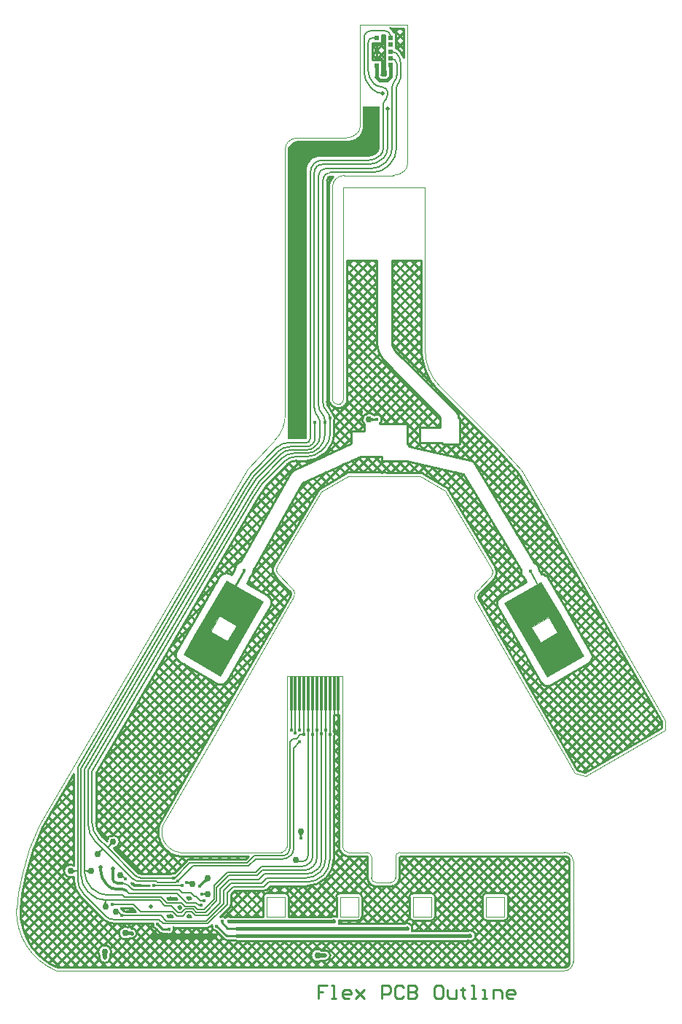
<source format=gtl>
G04*
G04 #@! TF.GenerationSoftware,Altium Limited,Altium Designer,18.1.4 (159)*
G04*
G04 Layer_Physical_Order=1*
G04 Layer_Color=255*
%FSLAX44Y44*%
%MOMM*%
G71*
G01*
G75*
%ADD12C,0.1524*%
%ADD13C,0.2540*%
%ADD14C,0.2032*%
%ADD15C,0.0500*%
%ADD16C,0.0500*%
%ADD17C,0.0510*%
%ADD18C,0.0508*%
%ADD19R,0.5000X0.5000*%
%ADD20R,0.5000X0.5800*%
%ADD21R,0.3000X4.0000*%
%ADD27C,0.2413*%
%ADD28C,0.3048*%
%ADD29P,0.5657X4X345.0*%
%ADD30P,0.5657X4X105.0*%
%ADD31C,0.7500*%
%ADD32C,0.5080*%
%ADD33C,0.3810*%
%ADD34C,0.6350*%
%ADD35C,0.4064*%
%ADD36C,0.5080*%
G36*
X375204Y955395D02*
X375203Y955395D01*
X375203Y954626D01*
X374903Y953119D01*
X374315Y951698D01*
X373461Y950420D01*
X372918Y949876D01*
X372917Y949876D01*
X371710Y948669D01*
X368869Y946770D01*
X365712Y945463D01*
X362362Y944797D01*
X305723D01*
X305723Y944796D01*
X304193Y944721D01*
X301192Y944124D01*
X298365Y942953D01*
X295821Y941253D01*
X294685Y940224D01*
X294685Y940224D01*
X293771Y939215D01*
X292260Y936954D01*
X291219Y934441D01*
X290688Y931773D01*
X290621Y930413D01*
Y617462D01*
X268270D01*
Y950584D01*
X268270Y951865D01*
X268769Y954379D01*
X269750Y956746D01*
X271173Y958876D01*
X272080Y959782D01*
X272925Y960628D01*
X274914Y961957D01*
X277123Y962872D01*
X279469Y963338D01*
X280665Y963338D01*
X337837Y963338D01*
X339707Y963430D01*
X343375Y964160D01*
X346830Y965591D01*
X349940Y967669D01*
X351328Y968926D01*
X352356Y970061D01*
X354056Y972606D01*
X355228Y975433D01*
X355824Y978434D01*
X355900Y979964D01*
X355900Y1003216D01*
X375204D01*
Y955395D01*
D02*
G37*
G36*
X365963Y642366D02*
X366226Y642150D01*
X366508Y641959D01*
X366810Y641794D01*
X367132Y641654D01*
X367472Y641540D01*
X367832Y641451D01*
X368212Y641388D01*
X368611Y641350D01*
X369029Y641337D01*
Y638797D01*
X368611Y638784D01*
X368212Y638746D01*
X367832Y638683D01*
X367472Y638594D01*
X367132Y638479D01*
X366810Y638340D01*
X366508Y638175D01*
X366226Y637984D01*
X365963Y637768D01*
X365719Y637527D01*
Y642607D01*
X365963Y642366D01*
D02*
G37*
G36*
X240493Y428321D02*
X227893Y406497D01*
D01*
X190493Y341718D01*
X147192Y366718D01*
X159792Y388542D01*
D01*
X197192Y453321D01*
X240493Y428321D01*
D02*
G37*
G36*
X583278Y417503D02*
D01*
X613528Y365108D01*
X570227Y340108D01*
X550477Y374316D01*
D01*
X520227Y426711D01*
X563528Y451711D01*
X583278Y417503D01*
D02*
G37*
G36*
X285602Y158205D02*
X285430Y158039D01*
X285277Y157849D01*
X285145Y157635D01*
X285033Y157398D01*
X284942Y157137D01*
X284871Y156853D01*
X284820Y156545D01*
X284790Y156213D01*
X284779Y155858D01*
X282747D01*
X282737Y156213D01*
X282707Y156545D01*
X282656Y156853D01*
X282585Y157137D01*
X282493Y157398D01*
X282382Y157635D01*
X282250Y157849D01*
X282097Y158039D01*
X281925Y158205D01*
X281731Y158348D01*
X285795D01*
X285602Y158205D01*
D02*
G37*
G36*
X65094Y146299D02*
X64857Y146331D01*
X64617Y146332D01*
X64375Y146302D01*
X64131Y146241D01*
X63886Y146148D01*
X63639Y146025D01*
X63390Y145870D01*
X63139Y145685D01*
X62886Y145468D01*
X62631Y145220D01*
X61173Y146636D01*
X61413Y146897D01*
X61622Y147157D01*
X61800Y147413D01*
X61947Y147667D01*
X62063Y147917D01*
X62148Y148166D01*
X62202Y148411D01*
X62225Y148653D01*
X62217Y148893D01*
X62178Y149130D01*
X65094Y146299D01*
D02*
G37*
G36*
X52190Y138909D02*
X51951Y138647D01*
X51743Y138387D01*
X51566Y138130D01*
X51420Y137876D01*
X51304Y137624D01*
X51220Y137376D01*
X51167Y137130D01*
X51145Y136888D01*
X51154Y136648D01*
X51194Y136412D01*
X48268Y139232D01*
X48506Y139201D01*
X48746Y139201D01*
X48987Y139232D01*
X49231Y139294D01*
X49476Y139387D01*
X49723Y139511D01*
X49971Y139667D01*
X50221Y139853D01*
X50473Y140071D01*
X50727Y140320D01*
X52190Y138909D01*
D02*
G37*
G36*
X37331Y113820D02*
X37183Y114009D01*
X37013Y114178D01*
X36819Y114325D01*
X36602Y114452D01*
X36362Y114558D01*
X36099Y114643D01*
X35813Y114707D01*
X35504Y114750D01*
X35172Y114772D01*
X34817Y114774D01*
X34766Y116805D01*
X35121Y116824D01*
X35452Y116863D01*
X35759Y116921D01*
X36041Y116999D01*
X36300Y117097D01*
X36534Y117215D01*
X36744Y117352D01*
X36930Y117509D01*
X37092Y117686D01*
X37231Y117882D01*
X37331Y113820D01*
D02*
G37*
G36*
X19430Y117602D02*
X19587Y117424D01*
X19769Y117268D01*
X19976Y117132D01*
X20208Y117017D01*
X20464Y116923D01*
X20745Y116850D01*
X21051Y116798D01*
X21382Y116767D01*
X21737Y116756D01*
X21631Y114725D01*
X21276Y114715D01*
X20943Y114685D01*
X20633Y114636D01*
X20346Y114567D01*
X20081Y114479D01*
X19838Y114370D01*
X19618Y114243D01*
X19421Y114095D01*
X19246Y113928D01*
X19093Y113741D01*
X19297Y117800D01*
X19430Y117602D01*
D02*
G37*
G36*
X77809Y110796D02*
X77836Y110633D01*
X77884Y110466D01*
X77952Y110294D01*
X78041Y110117D01*
X78150Y109936D01*
X78280Y109750D01*
X78431Y109559D01*
X78794Y109164D01*
X78110Y107693D01*
X77910Y107881D01*
X77719Y108039D01*
X77537Y108167D01*
X77362Y108264D01*
X77196Y108330D01*
X77039Y108365D01*
X76890Y108370D01*
X76750Y108345D01*
X76618Y108288D01*
X76495Y108202D01*
X77803Y110955D01*
X77809Y110796D01*
D02*
G37*
G36*
X176565Y104304D02*
X176092Y104209D01*
X175636Y104090D01*
X175197Y103946D01*
X174776Y103778D01*
X174371Y103584D01*
X173983Y103366D01*
X173612Y103123D01*
X173259Y102855D01*
X172922Y102562D01*
X172602Y102245D01*
X170385Y104336D01*
X170683Y104674D01*
X170956Y105027D01*
X171203Y105396D01*
X171423Y105780D01*
X171619Y106180D01*
X171788Y106595D01*
X171932Y107026D01*
X172050Y107472D01*
X172142Y107935D01*
X172209Y108412D01*
X176565Y104304D01*
D02*
G37*
G36*
X154394Y100120D02*
X154357Y100322D01*
X154283Y100503D01*
X154174Y100662D01*
X154030Y100801D01*
X153850Y100918D01*
X153634Y101013D01*
X153383Y101088D01*
X153096Y101141D01*
X152773Y101173D01*
X152415Y101183D01*
X153542Y103215D01*
X153899Y103220D01*
X154858Y103297D01*
X155140Y103343D01*
X155648Y103466D01*
X155874Y103542D01*
X156081Y103629D01*
X156269Y103726D01*
X154394Y100120D01*
D02*
G37*
G36*
X172510Y87110D02*
X172396Y87315D01*
X172255Y87498D01*
X172087Y87660D01*
X171893Y87800D01*
X171671Y87919D01*
X171423Y88016D01*
X171147Y88091D01*
X170845Y88145D01*
X170516Y88178D01*
X170161Y88188D01*
X170450Y90220D01*
X170804Y90230D01*
X171138Y90257D01*
X171451Y90303D01*
X171744Y90367D01*
X172015Y90449D01*
X172266Y90550D01*
X172496Y90669D01*
X172705Y90807D01*
X172893Y90963D01*
X173061Y91137D01*
X172510Y87110D01*
D02*
G37*
G36*
X57830Y80598D02*
X57832Y80243D01*
X57855Y79910D01*
X57899Y79601D01*
X57964Y79316D01*
X58049Y79053D01*
X58156Y78813D01*
X58283Y78597D01*
X58431Y78403D01*
X58600Y78233D01*
X58790Y78086D01*
X54727Y78177D01*
X54923Y78315D01*
X55099Y78478D01*
X55256Y78664D01*
X55393Y78875D01*
X55510Y79110D01*
X55607Y79368D01*
X55685Y79651D01*
X55742Y79958D01*
X55780Y80289D01*
X55798Y80644D01*
X57830Y80598D01*
D02*
G37*
G36*
X72713Y69039D02*
X72760Y68893D01*
X72826Y68741D01*
X72910Y68582D01*
X73013Y68417D01*
X73134Y68244D01*
X73431Y67878D01*
X73607Y67685D01*
X73801Y67485D01*
X73354Y65776D01*
X73155Y65966D01*
X72966Y66123D01*
X72789Y66249D01*
X72623Y66343D01*
X72469Y66406D01*
X72325Y66436D01*
X72193Y66435D01*
X72072Y66402D01*
X71963Y66338D01*
X71864Y66241D01*
X72684Y69177D01*
X72713Y69039D01*
D02*
G37*
G36*
X82469Y46773D02*
X82811Y46589D01*
X83192Y46427D01*
X83611Y46287D01*
X84069Y46168D01*
X84565Y46070D01*
X85100Y45995D01*
X86286Y45908D01*
X86936Y45897D01*
Y42087D01*
X86286Y42077D01*
X85100Y41990D01*
X84565Y41915D01*
X84069Y41817D01*
X83611Y41698D01*
X83192Y41558D01*
X82811Y41396D01*
X82469Y41212D01*
X82165Y41007D01*
Y46978D01*
X82469Y46773D01*
D02*
G37*
G36*
X58832Y19855D02*
X58755Y19633D01*
X58687Y19343D01*
X58629Y18985D01*
X58538Y18066D01*
X58484Y16874D01*
X58465Y15410D01*
X53386D01*
X53381Y16176D01*
X53164Y19343D01*
X53096Y19633D01*
X53019Y19855D01*
X52933Y20009D01*
X58918D01*
X58832Y19855D01*
D02*
G37*
%LPC*%
G36*
X189133Y412363D02*
X178633Y394176D01*
D01*
X198552Y382676D01*
X209051Y400863D01*
D01*
X189133Y412363D01*
D02*
G37*
G36*
X571587Y410753D02*
X551668Y399253D01*
X562168Y381066D01*
X582087Y392566D01*
X571587Y410753D01*
D02*
G37*
%LPD*%
D12*
X291574Y103252D02*
G03*
X309535Y110691I0J25400D01*
G01*
X310068Y111225D02*
G03*
X317507Y129185I-17960J17960D01*
G01*
X306459Y115052D02*
G03*
X312507Y129654I-14602J14602D01*
G01*
X288498Y107612D02*
G03*
X306459Y115052I0J25400D01*
G01*
X289606Y112438D02*
G03*
X303047Y118006I0J19009D01*
G01*
X304592Y119551D02*
G03*
X307508Y126590I-7040J7040D01*
G01*
X286864Y116652D02*
G03*
X298467Y121458I0J16409D01*
G01*
D02*
G03*
X302508Y131212I-9755J9755D01*
G01*
X283648Y121074D02*
G03*
X294685Y125646I0J15610D01*
G01*
D02*
G03*
X297507Y132459I-6813J6813D01*
G01*
X278176Y128441D02*
G03*
X282256Y126751I4079J4079D01*
G01*
X285526D02*
G03*
X289606Y128441I0J5769D01*
G01*
D02*
G03*
X292507Y135447I-7006J7006D01*
G01*
X261470Y129711D02*
G03*
X272507Y134283I0J15610D01*
G01*
D02*
G03*
X275104Y140551I-6269J6269D01*
G01*
X262645Y133774D02*
G03*
X268778Y136314I0J8672D01*
G01*
D02*
G03*
X271136Y142007I-5693J5693D01*
G01*
X57045Y63542D02*
G03*
X66770Y59514I9725J9725D01*
G01*
X78949Y85648D02*
X121092D01*
X74054Y82133D02*
X119294D01*
X76768Y87829D02*
X78949Y85648D01*
X238866Y116652D02*
X286864D01*
X232875Y110660D02*
X238866Y116652D01*
X231539Y114824D02*
X237789Y121074D01*
X283648D01*
X198733Y114824D02*
X231539D01*
X200158Y110660D02*
X232875D01*
X183020Y99110D02*
X198733Y114824D01*
X186068Y96570D02*
X200158Y110660D01*
X246716Y103252D02*
X291574D01*
X309535Y110691D02*
X310068Y111225D01*
X317507Y274643D02*
Y322054D01*
Y129185D02*
Y274643D01*
X175936Y54955D02*
X198419Y77439D01*
Y90769D01*
X205103Y97452D01*
X240917D01*
X194102Y78201D02*
Y92880D01*
X202738Y101517D01*
X240917Y97452D02*
X246716Y103252D01*
X312507Y279214D02*
Y322054D01*
Y129654D02*
Y279214D01*
X243885Y107612D02*
X288498D01*
X237789Y101517D02*
X243885Y107612D01*
X202738Y101517D02*
X237789D01*
X173904Y58003D02*
X194102Y78201D01*
X241529Y112438D02*
X289606D01*
X303047Y118006D02*
X304592Y119551D01*
X175174Y64353D02*
X190037Y79217D01*
Y94913D01*
X201213Y106088D01*
X235179D01*
X241529Y112438D01*
X307508Y126590D02*
Y274932D01*
X231185Y129711D02*
X261470D01*
X223146Y121671D02*
X231185Y129711D01*
X158831Y121671D02*
X223146D01*
X141106Y103945D02*
X158831Y121671D01*
X137287Y108000D02*
X154679Y125393D01*
X221280D01*
X229662Y133774D01*
X262645D01*
X302508Y131212D02*
Y279214D01*
X297507Y132459D02*
Y274643D01*
X282256Y126751D02*
X285526D01*
X292507Y135447D02*
Y279214D01*
X302507Y279214D02*
X302508Y279214D01*
X302507Y279214D02*
Y322054D01*
X297507Y274643D02*
Y322054D01*
X275104Y140551D02*
Y258545D01*
X282566Y266007D01*
X271136Y142007D02*
Y266261D01*
X302508Y322054D02*
Y338396D01*
X297507Y322054D02*
Y333825D01*
X292507Y322054D02*
Y338396D01*
Y279214D02*
Y322054D01*
X287508Y322054D02*
Y334114D01*
Y274048D02*
Y322054D01*
X307508Y274932D02*
Y322054D01*
X317507D02*
Y333825D01*
X312507Y322054D02*
Y338396D01*
X283496Y274048D02*
X287508D01*
X279010Y269562D02*
X283496Y274048D01*
X274438Y269562D02*
X279010D01*
X271136Y266261D02*
X274438Y269562D01*
X75436Y64772D02*
X75578D01*
X70775Y69433D02*
X75436Y64772D01*
X89152Y77266D02*
X97747Y68671D01*
X64910Y77266D02*
X89152D01*
X121577Y64102D02*
X127676Y58003D01*
X119238Y59514D02*
X123796Y54955D01*
X139550Y103913D02*
X141138D01*
X116246Y103977D02*
X117516Y102707D01*
X138344D01*
X139550Y103913D01*
X113388Y99151D02*
X145374D01*
X113198Y99341D02*
X113388Y99151D01*
X119294Y82133D02*
X125644Y75783D01*
X156632Y68671D02*
X160950Y64353D01*
X123796Y54955D02*
X175936D01*
X127676Y58003D02*
X173904D01*
X160950Y64353D02*
X175174D01*
X162351Y67786D02*
X172765D01*
X163716Y71424D02*
X171590D01*
X121092Y85648D02*
X127909Y78831D01*
X151311Y68671D02*
X156632D01*
X146444Y63804D02*
X151311Y68671D01*
X139627Y63804D02*
X146444D01*
X134760Y68671D02*
X139627Y63804D01*
X97747Y68671D02*
X134760D01*
X125644Y75783D02*
X133195D01*
X141110Y67868D01*
X145174D01*
X127909Y78831D02*
X145428D01*
X145174Y67868D02*
X149025Y71719D01*
X158418D01*
X162351Y67786D01*
X145428Y78831D02*
X149279Y74980D01*
X160160D01*
X163716Y71424D01*
X66770Y59514D02*
X119238D01*
X72784Y87829D02*
X76768D01*
X95898Y103977D02*
X116246D01*
X97958Y108000D02*
X137287D01*
X172765Y67786D02*
X186068Y81089D01*
Y96570D01*
X171590Y71424D02*
X183020Y82854D01*
Y99110D01*
X68974Y68630D02*
X69473Y69129D01*
X75832Y111048D02*
X79642Y107238D01*
X74054Y111048D02*
X75832D01*
X69473Y69129D02*
X69972Y68630D01*
X70775Y69433D01*
X75436Y64102D02*
X121577D01*
D13*
X177845Y383203D02*
X186213Y384847D01*
X173020Y391781D02*
X177845Y383203D01*
X173020Y391781D02*
X182672Y417747D01*
X201213Y435098D01*
X218058Y465377D01*
X379904Y1043856D02*
X381045Y1042714D01*
X379904Y1043856D02*
Y1051352D01*
X371903Y1067352D02*
Y1075352D01*
Y1059352D02*
Y1067352D01*
X379904Y1051352D02*
Y1056174D01*
X376726Y1059352D02*
X379904Y1056174D01*
X371903Y1059352D02*
X376726D01*
X379904Y1078020D02*
Y1083352D01*
X377235Y1075352D02*
X379904Y1078020D01*
X371903Y1075352D02*
X377235D01*
X197447Y40810D02*
X209088D01*
X186096Y52161D02*
X197447Y40810D01*
X198648Y49193D02*
X209088D01*
X192192Y55648D02*
X198648Y49193D01*
X192192Y55648D02*
Y57495D01*
X117516Y54019D02*
X123438Y48097D01*
X130628D01*
Y47335D02*
Y48097D01*
X362961Y640067D02*
X372105D01*
X314494Y-16853D02*
X304338D01*
Y-24470D01*
X309416D01*
X304338D01*
Y-32088D01*
X319573D02*
X324651D01*
X322112D01*
Y-16853D01*
X319573D01*
X339886Y-32088D02*
X334808D01*
X332268Y-29548D01*
Y-24470D01*
X334808Y-21931D01*
X339886D01*
X342425Y-24470D01*
Y-27009D01*
X332268D01*
X347504Y-21931D02*
X357660Y-32088D01*
X352582Y-27009D01*
X357660Y-21931D01*
X347504Y-32088D01*
X377974D02*
Y-16853D01*
X385591D01*
X388130Y-19392D01*
Y-24470D01*
X385591Y-27009D01*
X377974D01*
X403366Y-19392D02*
X400826Y-16853D01*
X395748D01*
X393209Y-19392D01*
Y-29548D01*
X395748Y-32088D01*
X400826D01*
X403366Y-29548D01*
X408444Y-16853D02*
Y-32088D01*
X416061D01*
X418601Y-29548D01*
Y-27009D01*
X416061Y-24470D01*
X408444D01*
X416061D01*
X418601Y-21931D01*
Y-19392D01*
X416061Y-16853D01*
X408444D01*
X446531D02*
X441453D01*
X438914Y-19392D01*
Y-29548D01*
X441453Y-32088D01*
X446531D01*
X449071Y-29548D01*
Y-19392D01*
X446531Y-16853D01*
X454149Y-21931D02*
Y-29548D01*
X456688Y-32088D01*
X464306D01*
Y-21931D01*
X471923Y-19392D02*
Y-21931D01*
X469384D01*
X474463D01*
X471923D01*
Y-29548D01*
X474463Y-32088D01*
X482080D02*
X487158D01*
X484619D01*
Y-16853D01*
X482080D01*
X494776Y-32088D02*
X499854D01*
X497315D01*
Y-21931D01*
X494776D01*
X507472Y-32088D02*
Y-21931D01*
X515089D01*
X517629Y-24470D01*
Y-32088D01*
X530324D02*
X525246D01*
X522707Y-29548D01*
Y-24470D01*
X525246Y-21931D01*
X530324D01*
X532864Y-24470D01*
Y-27009D01*
X522707D01*
D14*
X312441Y609238D02*
G03*
X317546Y621562I-12324J12324D01*
G01*
X291653Y597071D02*
G03*
X306369Y603167I0J20813D01*
G01*
X278937Y597071D02*
G03*
X264195Y590964I0J-20849D01*
G01*
X276112Y600984D02*
G03*
X262034Y595152I0J-19910D01*
G01*
X290657Y600984D02*
G03*
X304215Y606600I0J19174D01*
G01*
X305901Y608286D02*
G03*
X311703Y622294I-14008J14008D01*
G01*
X290462Y604691D02*
G03*
X300273Y608755I0J13875D01*
G01*
X272111Y604691D02*
G03*
X260350Y599819I0J-16633D01*
G01*
X301988Y610468D02*
G03*
X305923Y619969I-9500J9500D01*
G01*
X271267Y608501D02*
G03*
X256854Y602530I0J-20384D01*
G01*
X290121Y608501D02*
G03*
X297479Y611549I0J10407D01*
G01*
D02*
G03*
X300273Y618294I-6745J6745D01*
G01*
X268752Y613073D02*
G03*
X256221Y607882I0J-17722D01*
G01*
X290709Y613073D02*
G03*
X293162Y614089I0J3469D01*
G01*
X38888Y89573D02*
G03*
X56848Y82133I17960J17960D01*
G01*
X32690Y113577D02*
G03*
X40092Y97005I25362J1389D01*
G01*
X363773Y1081702D02*
G03*
X361889Y1077152I4551J-4551D01*
G01*
X367757Y1083352D02*
G03*
X363773Y1081702I0J-5633D01*
G01*
X357169Y1044110D02*
G03*
X364609Y1026150I25400J0D01*
G01*
X367486Y1023273D02*
G03*
X378506Y1018710I11019J11027D01*
G01*
X367483Y1023276D02*
G03*
X367486Y1023273I11023J11023D01*
G01*
X382343Y1011553D02*
G03*
X379521Y1004741I6812J-6812D01*
G01*
X382643Y1011852D02*
G03*
X384855Y1017194I-5342J5342D01*
G01*
X368345Y1030141D02*
G03*
X377544Y1026330I9198J9198D01*
G01*
X384855Y1018283D02*
G03*
X382346Y1024341I-8567J0D01*
G01*
D02*
G03*
X377544Y1026330I-4803J-4803D01*
G01*
X392221Y1032172D02*
G03*
X395270Y1039531I-7358J7358D01*
G01*
X392221Y1032172D02*
G03*
X389935Y1026654I5519J-5519D01*
G01*
X364683Y931335D02*
G03*
X382643Y938774I0J25400D01*
G01*
X382931Y939062D02*
G03*
X389935Y955973I-16911J16911D01*
G01*
X361889Y1045729D02*
G03*
X368345Y1030141I22046J0D01*
G01*
X359963Y1089323D02*
G03*
X357169Y1082577I6745J-6745D01*
G01*
X364869Y1091355D02*
G03*
X359963Y1089323I0J-6938D01*
G01*
X386380Y1089352D02*
G03*
X381546Y1091355I-4833J-4833D01*
G01*
X387904Y1085673D02*
G03*
X386380Y1089352I-5203J0D01*
G01*
X397556Y1030902D02*
G03*
X394762Y1024157I6745J-6745D01*
G01*
X399841Y1053541D02*
G03*
X395015Y1065192I-16477J0D01*
G01*
D02*
G03*
X389801Y1067352I-5215J-5215D01*
G01*
X397556Y1030902D02*
G03*
X399841Y1036421I-5519J5519D01*
G01*
X395270Y1053026D02*
G03*
X393492Y1057318I-6071J0D01*
G01*
D02*
G03*
X388581Y1059352I-4911J-4911D01*
G01*
X317546Y641148D02*
G03*
X314283Y649025I-11139J0D01*
G01*
X311703Y638988D02*
G03*
X308655Y646347I-10407J0D01*
G01*
X309417Y660771D02*
G03*
X314283Y649025I16611J0D01*
G01*
X304338Y656771D02*
G03*
X308655Y646347I14743J0D01*
G01*
X299512Y653828D02*
G03*
X304083Y642791I15610J0D01*
G01*
X305923Y638350D02*
G03*
X304083Y642791I-6279J0D01*
G01*
X293162Y614089D02*
G03*
X294939Y618381I-4293J4293D01*
G01*
X387322Y936341D02*
G03*
X394762Y954302I-17960J17960D01*
G01*
X367466Y927006D02*
G03*
X385426Y934445I0J25400D01*
G01*
X318001Y927006D02*
G03*
X312507Y924731I0J-7769D01*
G01*
D02*
G03*
X309417Y917271I7460J-7460D01*
G01*
X312202Y931335D02*
G03*
X306683Y929048I0J-7805D01*
G01*
D02*
G03*
X304338Y923386I5663J-5663D01*
G01*
X379849Y943600D02*
G03*
X384602Y955073I-11474J11474D01*
G01*
X361889Y936161D02*
G03*
X379849Y943600I0J25400D01*
G01*
X308438Y936161D02*
G03*
X302306Y933621I0J-8672D01*
G01*
D02*
G03*
X299512Y926875I6745J-6745D01*
G01*
X361143Y940732D02*
G03*
X376474Y947083I0J21680D01*
G01*
X307229Y940732D02*
G03*
X299258Y937430I0J-11274D01*
G01*
D02*
G03*
X294939Y927006I10425J-10425D01*
G01*
X376474Y947083D02*
G03*
X379521Y954441I-7358J7358D01*
G01*
X41193Y171730D02*
G03*
X48633Y153769I25400J0D01*
G01*
X91888Y110515D02*
G03*
X97958Y108000I6071J6071D01*
G01*
X36876Y169162D02*
G03*
X44315Y151201I25400J0D01*
G01*
X28588Y110393D02*
G03*
X36028Y92433I25400J0D01*
G01*
X24524Y106583D02*
G03*
X31964Y88623I25400J0D01*
G01*
X41828Y95269D02*
G03*
X59788Y87829I17960J17960D01*
G01*
X87106Y95243D02*
G03*
X89322Y94325I2216J2216D01*
G01*
X82944Y99405D02*
G03*
X77524Y101650I-5420J-5420D01*
G01*
X88457Y107060D02*
G03*
X95898Y103977I7441J7441D01*
G01*
X559168Y408184D02*
X564434Y438505D01*
X550346Y464160D02*
X564434Y438505D01*
X89322Y94325D02*
X142380D01*
X84173Y89753D02*
X140094D01*
X80658Y93268D02*
X84173Y89753D01*
X317546Y621562D02*
Y641148D01*
X306369Y603167D02*
X312441Y609238D01*
X278937Y597071D02*
X291653D01*
X239314Y566082D02*
X264195Y590964D01*
X235250Y568368D02*
X262034Y595152D01*
X276112Y600984D02*
X290657D01*
X304215Y606600D02*
X305901Y608286D01*
X305923Y619969D02*
Y638350D01*
X272111Y604691D02*
X290462D01*
X300273Y608755D02*
X301988Y610468D01*
X232201Y571670D02*
X260350Y599819D01*
X271267Y608501D02*
X290121D01*
X268752Y613073D02*
X290709D01*
X226105Y577766D02*
X256221Y607882D01*
X56848Y82133D02*
X74054D01*
X56687Y74980D02*
X56848Y82133D01*
X24524Y115740D02*
Y236136D01*
Y106583D02*
Y115740D01*
X16556D02*
X24524D01*
X32690Y113577D02*
Y113577D01*
Y234104D01*
X32812Y115740D02*
X40431Y115929D01*
X53639Y141877D02*
X88457Y107060D01*
X44315Y151201D02*
X53639Y141877D01*
X47544Y135553D02*
X53639Y141877D01*
X59229Y143174D02*
X91888Y110515D01*
X48633Y153769D02*
X59229Y143174D01*
X65831Y149976D01*
X361889Y1045729D02*
Y1077152D01*
X367757Y1083352D02*
X371903D01*
X364609Y1026150D02*
X367483Y1023276D01*
X379521Y954441D02*
Y1004741D01*
X382343Y1011553D02*
X382643Y1011852D01*
X384855Y1017194D02*
Y1018283D01*
X389935Y955973D02*
Y1026654D01*
X382643Y938774D02*
X382931Y939062D01*
X357169Y1044110D02*
Y1082577D01*
X364869Y1091355D02*
X381546D01*
X387904Y1083352D02*
Y1085673D01*
X394762Y954302D02*
Y1024157D01*
X399841Y1036421D02*
Y1053541D01*
X387904Y1067352D02*
X389801D01*
X395270Y1039531D02*
Y1053026D01*
X387904Y1059352D02*
X388581D01*
X311703Y636694D02*
Y638988D01*
Y622294D02*
Y636694D01*
X309417Y660771D02*
Y917271D01*
X304338Y656771D02*
Y923386D01*
X299512Y653828D02*
Y926875D01*
X228899Y574576D02*
X256854Y602530D01*
X300273Y618294D02*
Y637202D01*
X294939Y618381D02*
Y927006D01*
X385426Y934445D02*
X387322Y936341D01*
X318001Y927006D02*
X367466D01*
X229852Y551955D02*
X239314Y566082D01*
X312202Y931335D02*
X364683D01*
X226202Y554105D02*
X235250Y568368D01*
X308438Y936161D02*
X361889D01*
X384602Y955073D02*
Y1000930D01*
X222428Y556327D02*
X232201Y571670D01*
X219049Y558317D02*
X228899Y574576D01*
X307229Y940732D02*
X361143D01*
X215476Y560421D02*
X226105Y577766D01*
X41180Y231572D02*
X229852Y551955D01*
X36862Y232589D02*
X226202Y554105D01*
X41193Y171730D02*
Y231565D01*
X36876Y169162D02*
Y232581D01*
X32676Y234112D02*
X222428Y556327D01*
X28574Y234874D02*
X219049Y558317D01*
X28588Y110393D02*
Y234867D01*
X24510Y236145D02*
X215476Y560421D01*
X36028Y92433D02*
X38888Y89573D01*
X282507Y322054D02*
X282566Y321996D01*
Y279214D02*
Y321996D01*
X277507Y276034D02*
Y322054D01*
X272507Y279214D02*
Y322054D01*
X287507D02*
X287508Y322054D01*
X302507Y322054D02*
X302508Y322054D01*
X307507Y322054D02*
X307508Y322054D01*
X317507D02*
X317507Y322054D01*
X322508D02*
X322508Y322054D01*
X327508Y274135D02*
Y322054D01*
X327508Y322054D02*
X327508Y322054D01*
X322508Y279214D02*
Y322054D01*
X150628Y102199D02*
X156398D01*
X158128Y100469D01*
X145374Y99151D02*
X145628Y99405D01*
X162220Y79085D02*
X165149Y76157D01*
X168062D01*
X162111Y78976D02*
X162220Y79085D01*
X150871Y78976D02*
X162111D01*
X140094Y89753D02*
X150871Y78976D01*
X156456Y90368D02*
X160414Y86410D01*
X146337Y90368D02*
X156456D01*
X142380Y94325D02*
X146337Y90368D01*
X31964Y88623D02*
X57045Y63542D01*
X59788Y87829D02*
X72784D01*
X40092Y97005D02*
X41828Y95269D01*
X82944Y99405D02*
X87106Y95243D01*
X76315Y101650D02*
X77524D01*
X160414Y86410D02*
X162192D01*
X167446Y81157D01*
X168796Y89204D02*
X175400D01*
X175908Y88696D01*
X283764Y154388D02*
Y161500D01*
X167446Y81157D02*
X171110D01*
D15*
X600247Y127484D02*
G03*
X590088Y137644I-10160J0D01*
G01*
X589833Y0D02*
G03*
X600247Y10414I0J10414D01*
G01*
X614932Y226313D02*
X707436Y279556D01*
Y290448D01*
X600247Y127170D02*
Y127484D01*
X589580Y137644D02*
X590088D01*
X600247Y10414D02*
Y127170D01*
X-32213Y141140D02*
X-20447Y169226D01*
X-39578Y114471D02*
X-32213Y141140D01*
X-44658Y90849D02*
X-39578Y114471D01*
X-46625Y72103D02*
X-44658Y90849D01*
X571624Y410713D02*
X582063Y392583D01*
X551692Y399236D02*
X562131Y381106D01*
X551692Y399236D02*
X571624Y410713D01*
X562131Y381106D02*
X582063Y392583D01*
X178657Y394193D02*
X189096Y412323D01*
X198589Y382716D02*
X209028Y400846D01*
X189096Y412323D02*
X209028Y400846D01*
X178657Y394193D02*
X198589Y382716D01*
X398980Y137644D02*
X589580Y137644D01*
X338541Y137584D02*
X360648D01*
X143128Y137644D02*
X158863D01*
X200145Y137584D02*
X261566D01*
X325067Y658299D02*
X329291D01*
X371294Y102533D02*
X388334D01*
X422905Y574221D02*
X451495Y556926D01*
X505860Y466230D01*
X489008Y441558D02*
X504336Y457340D01*
X505860Y459626D01*
X506622Y462928D01*
X505860Y466230D02*
X506622Y462928D01*
X257617Y460498D02*
X272945Y444716D01*
X256093Y462784D02*
X257617Y460498D01*
X255331Y466086D02*
X256093Y462784D01*
X255331Y466086D02*
X256093Y469388D01*
X256081Y469395D02*
X308048Y556090D01*
X428241Y729359D02*
Y909359D01*
X333241Y729359D02*
Y909359D01*
D16*
X398980Y137644D02*
G03*
X393980Y132601I22J-5022D01*
G01*
X332508Y143681D02*
G03*
X338541Y137584I6065J-31D01*
G01*
X329291Y658299D02*
G03*
X333241Y662857I-304J4254D01*
G01*
X320683D02*
G03*
X325067Y658299I4849J277D01*
G01*
X261566Y137584D02*
G03*
X267507Y143772I-123J6065D01*
G01*
X388334Y102533D02*
G03*
X393980Y108045I67J5579D01*
G01*
X365648D02*
G03*
X371294Y102533I5579J67D01*
G01*
X489008Y441558D02*
G03*
X487080Y429517I5057J-6985D01*
G01*
X274873Y432675D02*
G03*
X272945Y444716I-6985J5057D01*
G01*
X-46625Y72103D02*
G03*
X0Y13I75007J-2611D01*
G01*
X125806Y173617D02*
G03*
X143128Y137644I19993J-12530D01*
G01*
X391126Y923399D02*
G03*
X404617Y928987I0J19079D01*
G01*
X428241Y720934D02*
G03*
X446201Y677573I61321J0D01*
G01*
X279164Y966804D02*
G03*
X269353Y962740I0J-13875D01*
G01*
X349617Y972392D02*
G03*
X352805Y980088I-7696J7696D01*
G01*
X334164Y923399D02*
G03*
X324353Y919335I0J-13875D01*
G01*
X269353Y962740D02*
G03*
X265683Y953879I8860J-8860D01*
G01*
X253487Y615834D02*
G03*
X265683Y645278I-29444J29444D01*
G01*
X404617Y928987D02*
G03*
X407805Y936684I-7696J7696D01*
G01*
X365648Y132601D02*
G03*
X360648Y137584I-4992J-8D01*
G01*
X336126Y966804D02*
G03*
X349617Y972392I0J19079D01*
G01*
X324353Y919335D02*
G03*
X320683Y910475I8860J-8860D01*
G01*
X614479Y226052D02*
X614932Y226313D01*
X602264Y229344D02*
X614479Y226052D01*
X499396Y62979D02*
Y85979D01*
Y62979D02*
X520396D01*
Y85979D01*
X499396D02*
X520396D01*
X414396Y62980D02*
Y85980D01*
Y62980D02*
X435396D01*
Y85980D01*
X414396D02*
X435396D01*
X329396Y62979D02*
Y85979D01*
Y62979D02*
X350396D01*
Y85979D01*
X329396D02*
X350396D01*
X244396D02*
X265396D01*
Y62979D02*
Y85979D01*
X244396Y62979D02*
X265396D01*
X244396D02*
Y85979D01*
X267507Y143772D02*
Y342054D01*
X332508Y143681D02*
Y342054D01*
X267507D02*
X332508D01*
X393980Y108045D02*
Y132601D01*
X487080Y429517D02*
X602264Y229344D01*
X0Y0D02*
X532999Y0D01*
X589833D01*
X333241Y909359D02*
X428241D01*
X334164Y923399D02*
X391126D01*
X446201Y677573D02*
X514176Y609599D01*
X177228Y262982D02*
X274873Y432675D01*
X540153Y581162D02*
X595391Y485166D01*
X707436Y290448D01*
X166106Y487019D02*
X222176Y582534D01*
X-20447Y169226D02*
X166106Y487019D01*
X125806Y173617D02*
X177228Y262982D01*
X308048Y556090D02*
X339311Y574555D01*
X342898Y574567D02*
X422905Y574221D01*
X279164Y966804D02*
X336126D01*
X514176Y609599D02*
X540153Y581162D01*
X222176Y582534D02*
X248399Y610746D01*
X253487Y615834D01*
X158923Y137584D02*
X200145D01*
X320683Y662857D02*
Y900046D01*
X428241Y720934D02*
Y729359D01*
X365648Y108045D02*
Y132601D01*
X333241Y662857D02*
Y729359D01*
X320683Y900046D02*
Y910475D01*
X339311Y574555D02*
X341104Y574576D01*
X342898Y574567D01*
X265683Y645278D02*
Y651873D01*
D17*
X352805Y1098628D02*
X407805D01*
Y936684D02*
Y1098628D01*
D18*
X352805Y980088D02*
Y1098628D01*
X265683Y651873D02*
X265683Y953879D01*
D19*
X379904Y1051352D02*
D03*
X387904D02*
D03*
Y1059352D02*
D03*
Y1067352D02*
D03*
Y1075352D02*
D03*
Y1083352D02*
D03*
X379904D02*
D03*
X371903D02*
D03*
Y1075352D02*
D03*
Y1067352D02*
D03*
Y1059352D02*
D03*
D20*
Y1050953D02*
D03*
D21*
X272507Y322054D02*
D03*
X277507D02*
D03*
X327508D02*
D03*
X322508D02*
D03*
X317507D02*
D03*
X312507D02*
D03*
X307507D02*
D03*
X302507D02*
D03*
X297507D02*
D03*
X292507D02*
D03*
X287508D02*
D03*
X282508D02*
D03*
D27*
X561181Y464877D02*
G03*
X554560Y474167I-10835J-718D01*
G01*
X511004Y462928D02*
G03*
X510891Y463913I-4381J0D01*
G01*
X510129Y467215D02*
G03*
X509619Y468480I-4269J-985D01*
G01*
X510132Y467204D02*
G03*
X509618Y468482I-4272J-975D01*
G01*
X510891Y461942D02*
G03*
X511004Y462928I-4269J985D01*
G01*
D02*
G03*
X510889Y463923I-4381J0D01*
G01*
X539567Y465474D02*
G03*
X543926Y455402I10779J-1314D01*
G01*
X510889Y461932D02*
G03*
X511004Y462928I-4267J996D01*
G01*
X509506Y457195D02*
G03*
X510132Y458651I-3646J2430D01*
G01*
X509506Y457195D02*
G03*
X510129Y458640I-3646J2430D01*
G01*
X507479Y454287D02*
G03*
X507982Y454909I-3143J3053D01*
G01*
X507471Y454278D02*
G03*
X507982Y454909I-3135J3061D01*
G01*
X455252Y559180D02*
G03*
X453763Y560675I-3757J-2254D01*
G01*
X455253Y559178D02*
G03*
X453756Y560679I-3758J-2253D01*
G01*
X425173Y577970D02*
G03*
X422914Y578603I-2268J-3749D01*
G01*
X425179Y577966D02*
G03*
X422924Y578603I-2274J-3745D01*
G01*
X391860Y1089599D02*
G03*
X389747Y1092720I-9160J-3926D01*
G01*
D02*
G03*
X387862Y1094247I-8201J-8201D01*
G01*
X403423Y1060525D02*
G03*
X398383Y1068560I-20059J-6984D01*
G01*
X398383Y1068560D02*
G03*
X394150Y1071309I-8582J-8582D01*
G01*
X377847Y1039766D02*
G03*
X377555Y1040470I-5943J-2049D01*
G01*
X375173Y635171D02*
G03*
X377883Y640067I-3069J4896D01*
G01*
D02*
G03*
X369300Y645119I-5778J0D01*
G01*
X368101Y645524D02*
G03*
X357677Y634748I-5140J-5457D01*
G01*
X337375Y660637D02*
G03*
X337598Y661906I-4157J1384D01*
G01*
X337375Y660637D02*
G03*
X337598Y661903I-4157J1384D01*
G01*
X336004Y657573D02*
G03*
X336850Y659058I-3311J2869D01*
G01*
X336004Y657573D02*
G03*
X336850Y659058I-3311J2869D01*
G01*
X333564Y655266D02*
G03*
X334914Y656315I-1961J3918D01*
G01*
X333564Y655266D02*
G03*
X334914Y656315I-1961J3918D01*
G01*
X330854Y654121D02*
G03*
X332076Y654522I-739J4319D01*
G01*
X330850Y654120D02*
G03*
X332076Y654522I-735J4319D01*
G01*
X324264Y653992D02*
G03*
X325067Y653917I803J4307D01*
G01*
X324264Y653992D02*
G03*
X325067Y653917I803J4307D01*
G01*
X339264Y578936D02*
G03*
X337083Y578327I47J-4381D01*
G01*
X339260Y578936D02*
G03*
X337074Y578322I52J-4381D01*
G01*
X524777Y85979D02*
G03*
X520396Y90361I-4381J0D01*
G01*
X524777Y85979D02*
G03*
X520396Y90361I-4381J0D01*
G01*
Y58598D02*
G03*
X524777Y62979I0J4381D01*
G01*
X520396Y58598D02*
G03*
X524777Y62979I0J4381D01*
G01*
X491578Y438009D02*
G03*
X492159Y438513I-2569J3549D01*
G01*
X491571Y438004D02*
G03*
X492151Y438505I-2563J3554D01*
G01*
X397887Y105232D02*
G03*
X398215Y106476I-4028J1725D01*
G01*
X397887Y105232D02*
G03*
X398215Y106476I-4028J1725D01*
G01*
X396058Y101816D02*
G03*
X397030Y103231I-3056J3140D01*
G01*
X396063Y101821D02*
G03*
X397030Y103231I-3061J3135D01*
G01*
X393073Y99368D02*
G03*
X394511Y100306I-1628J4068D01*
G01*
X393073Y99368D02*
G03*
X394506Y100301I-1628J4068D01*
G01*
X439777Y85980D02*
G03*
X435396Y90362I-4381J0D01*
G01*
X389801Y98261D02*
G03*
X391052Y98559I-377J4365D01*
G01*
X389801Y98261D02*
G03*
X391052Y98559I-377J4365D01*
G01*
X414396Y90362D02*
G03*
X410014Y85980I0J-4381D01*
G01*
X335651Y133672D02*
G03*
X336906Y133349I1707J4035D01*
G01*
X335661Y133668D02*
G03*
X336906Y133349I1698J4039D01*
G01*
X361412Y106485D02*
G03*
X361741Y105232I4356J472D01*
G01*
X328255Y142090D02*
G03*
X328564Y140835I4363J407D01*
G01*
X328255Y142090D02*
G03*
X328561Y140841I4363J407D01*
G01*
X332062Y135542D02*
G03*
X333479Y134585I3114J3082D01*
G01*
X332062Y135542D02*
G03*
X333489Y134581I3114J3082D01*
G01*
X329453Y138657D02*
G03*
X330398Y137224I4059J1649D01*
G01*
X329455Y138650D02*
G03*
X330398Y137224I4057J1656D01*
G01*
X368576Y98559D02*
G03*
X369830Y98261I1628J4068D01*
G01*
X368576Y98559D02*
G03*
X369827Y98261I1628J4068D01*
G01*
X361413Y106476D02*
G03*
X361741Y105232I4355J482D01*
G01*
X362598Y103231D02*
G03*
X363570Y101816I4028J1725D01*
G01*
X365117Y100306D02*
G03*
X366555Y99368I3066J3130D01*
G01*
X365122Y100301D02*
G03*
X366555Y99368I3061J3135D01*
G01*
X362598Y103231D02*
G03*
X363564Y101821I4028J1725D01*
G01*
X499396Y90361D02*
G03*
X495014Y85979I0J-4381D01*
G01*
X499396Y90361D02*
G03*
X495014Y85979I0J-4381D01*
G01*
Y62979D02*
G03*
X499396Y58598I4381J0D01*
G01*
X495014Y62979D02*
G03*
X499396Y58598I4381J0D01*
G01*
X439777Y85980D02*
G03*
X435396Y90362I-4381J0D01*
G01*
X414396D02*
G03*
X410014Y85980I0J-4381D01*
G01*
Y62980D02*
G03*
X414396Y58599I4381J0D01*
G01*
X435396D02*
G03*
X439777Y62980I0J4381D01*
G01*
X435396Y58599D02*
G03*
X439777Y62980I0J4381D01*
G01*
X410014D02*
G03*
X414396Y58599I4381J0D01*
G01*
X487060Y40810D02*
G03*
X478020Y46462I-6287J0D01*
G01*
Y35159D02*
G03*
X487060Y40810I2753J5652D01*
G01*
X412807Y46462D02*
G03*
X413431Y49193I-5663J2731D01*
G01*
X354777Y85979D02*
G03*
X350396Y90361I-4381J0D01*
G01*
Y58598D02*
G03*
X354777Y62979I0J4381D01*
G01*
X350396Y58598D02*
G03*
X354777Y62979I0J4381D01*
G01*
Y85979D02*
G03*
X350396Y90361I-4381J0D01*
G01*
X328658Y57495D02*
G03*
X328545Y58681I-6287J0D01*
G01*
X329396Y90361D02*
G03*
X325014Y85979I0J-4381D01*
G01*
X329396Y90361D02*
G03*
X325014Y85979I0J-4381D01*
G01*
X328545Y58681D02*
G03*
X329396Y58598I851J4298D01*
G01*
X328545Y58681D02*
G03*
X329396Y58598I851J4298D01*
G01*
X328072Y54844D02*
G03*
X328658Y57495I-5700J2651D01*
G01*
X413431Y49193D02*
G03*
X404392Y54844I-6287J0D01*
G01*
X318524Y918823D02*
G03*
X318114Y918059I3638J-2441D01*
G01*
X318001Y922243D02*
G03*
X315875Y921363I0J-3006D01*
G01*
X318519Y918816D02*
G03*
X318112Y918053I3643J-2434D01*
G01*
X317176Y915795D02*
G03*
X316925Y914967I4046J-1682D01*
G01*
X317174Y915789D02*
G03*
X316925Y914967I4048J-1677D01*
G01*
X322315Y654512D02*
G03*
X323419Y654149I1907J3945D01*
G01*
X322315Y654512D02*
G03*
X323419Y654149I1907J3945D01*
G01*
X322308Y638304D02*
G03*
X323286Y641520I-4800J3217D01*
G01*
D02*
G03*
X321702Y645495I-5778J0D01*
G01*
X316472Y661369D02*
G03*
X316794Y660247I4335J636D01*
G01*
X317475Y658689D02*
G03*
X318335Y657399I4018J1747D01*
G01*
X316472Y661369D02*
G03*
X316792Y660253I4335J636D01*
G01*
X319519Y656168D02*
G03*
X320773Y655257I3161J3034D01*
G01*
X319523Y656164D02*
G03*
X320773Y655257I3158J3038D01*
G01*
X317477Y658683D02*
G03*
X318339Y657395I4016J1753D01*
G01*
X321702Y645495D02*
G03*
X317651Y652392I-15296J-4347D01*
G01*
X315867Y921355D02*
G03*
X314180Y917271I4100J-4084D01*
G01*
Y660771D02*
G03*
X317651Y652392I11849J0D01*
G01*
X315809Y605870D02*
G03*
X322308Y621562I-15691J15691D01*
G01*
X323286Y274643D02*
G03*
X322016Y278257I-5778J0D01*
G01*
X305829Y559868D02*
G03*
X304289Y558342I2219J-3778D01*
G01*
X305820Y559863D02*
G03*
X304289Y558342I2228J-3773D01*
G01*
X322016Y271028D02*
G03*
X323286Y274643I-4509J3614D01*
G01*
X291653Y592308D02*
G03*
X309737Y599799I0J25575D01*
G01*
X278937Y592308D02*
G03*
X267572Y587606I0J-16087D01*
G01*
X252335Y471640D02*
G03*
X251824Y470373I3758J-2252D01*
G01*
X251822Y461810D02*
G03*
X252448Y460354I4272J975D01*
G01*
X252335Y471640D02*
G03*
X251822Y470363I3758J-2252D01*
G01*
X251064Y467082D02*
G03*
X251062Y465101I4267J-996D01*
G01*
X228916Y465377D02*
G03*
X228887Y466175I-10859J0D01*
G01*
X251062Y467071D02*
G03*
X251064Y465090I4269J-985D01*
G01*
X253972Y458068D02*
G03*
X254474Y457446I3646J2430D01*
G01*
X253972Y458068D02*
G03*
X254474Y457446I3646J2430D01*
G01*
X251824Y461799D02*
G03*
X252448Y460354I4269J985D01*
G01*
X213355Y475164D02*
G03*
X207292Y466794I4703J-9787D01*
G01*
X224938Y456977D02*
G03*
X228916Y465377I-6880J8400D01*
G01*
X313256Y108037D02*
G03*
X322016Y129185I-21149J21149D01*
G01*
X291574Y98743D02*
G03*
X312723Y107503I0J29908D01*
G01*
X240917Y92944D02*
G03*
X244113Y94273I0J4509D01*
G01*
X240917Y92944D02*
G03*
X244105Y94264I0J4509D01*
G01*
X269778Y85979D02*
G03*
X265396Y90361I-4381J0D01*
G01*
X269778Y85979D02*
G03*
X265396Y90361I-4381J0D01*
G01*
X244396D02*
G03*
X240014Y85979I0J-4381D01*
G01*
X244396Y90361D02*
G03*
X240014Y85979I0J-4381D01*
G01*
X154679Y129901D02*
G03*
X151483Y128572I0J-4509D01*
G01*
X154679Y129901D02*
G03*
X151491Y128580I0J-4509D01*
G01*
X325014Y63199D02*
G03*
X319618Y63147I-2643J-5704D01*
G01*
X318032Y17951D02*
G03*
X311745Y24237I-6287J0D01*
G01*
X318032Y17951D02*
G03*
X311745Y24237I-6287J0D01*
G01*
Y11664D02*
G03*
X318032Y17951I0J6287D01*
G01*
X311745Y11664D02*
G03*
X318032Y17951I0J6287D01*
G01*
X206485Y35794D02*
G03*
X209088Y35159I2603J5016D01*
G01*
X307151Y24237D02*
G03*
X307151Y11664I-4084J-6287D01*
G01*
X201599Y74242D02*
G03*
X202928Y77439I-3179J3196D01*
G01*
X201607Y74251D02*
G03*
X202928Y77439I-3188J3188D01*
G01*
X201271Y63147D02*
G03*
X196129Y61725I-1205J-5652D01*
G01*
D02*
G03*
X190318Y62962I-3937J-4230D01*
G01*
X193900Y37263D02*
G03*
X197447Y35794I3547J3547D01*
G01*
X180382Y53026D02*
G03*
X184577Y46586I5713J-865D01*
G01*
X175936Y50447D02*
G03*
X179132Y51776I0J4509D01*
G01*
X175936Y50447D02*
G03*
X179124Y51767I0J4509D01*
G01*
X193900Y37263D02*
G03*
X197447Y35794I3547J3547D01*
G01*
X66617Y142521D02*
G03*
X73328Y149976I-785J7455D01*
G01*
D02*
G03*
X58376Y150761I-7497J0D01*
G01*
X136208Y113298D02*
G03*
X132865Y112509I-404J-5764D01*
G01*
X99493D02*
G03*
X97958Y112763I-1534J-4509D01*
G01*
X95262Y113875D02*
G03*
X97958Y112763I2695J2710D01*
G01*
X87045Y102039D02*
G03*
X95898Y99215I8853J12461D01*
G01*
D02*
G03*
X97432Y99469I0J4762D01*
G01*
X45956Y171730D02*
G03*
X52001Y157137I20638J0D01*
G01*
X19762Y122441D02*
G03*
X19762Y109417I-3714J-6512D01*
G01*
Y106583D02*
G03*
X28596Y85255I30162J0D01*
G01*
X76230Y70513D02*
G03*
X75232Y72758I-7256J-1883D01*
G01*
X89485Y49072D02*
G03*
X87399Y49630I-2476J-5080D01*
G01*
X79897Y68611D02*
G03*
X76230Y70513I-4319J-3839D01*
G01*
X136406Y48097D02*
G03*
X135907Y50447I-5778J0D01*
G01*
X130628Y42319D02*
G03*
X136406Y48097I0J5778D01*
G01*
X119891Y44550D02*
G03*
X123438Y43081I3547J3547D01*
G01*
X119891Y44550D02*
G03*
X123438Y43081I3547J3547D01*
G01*
X127760D02*
G03*
X130628Y42319I2868J5016D01*
G01*
X111822Y55005D02*
G03*
X115997Y48444I5694J-986D01*
G01*
X93041Y43738D02*
G03*
X89485Y49072I-5778J0D01*
G01*
D02*
G03*
X87399Y49630I-2476J-5080D01*
G01*
X83593Y50514D02*
G03*
X83593Y37471I-3697J-6522D01*
G01*
X85620Y38198D02*
G03*
X93041Y43738I1642J5540D01*
G01*
X55166Y59166D02*
G03*
X66770Y55005I11604J14102D01*
G01*
X53677Y60174D02*
G03*
X55166Y59166I3368J3368D01*
G01*
X62455Y18586D02*
G03*
X63422Y22269I-6530J3683D01*
G01*
D02*
G03*
X49385Y18604I-7497J0D01*
G01*
X49656Y14947D02*
G03*
X62194Y14932I6269J464D01*
G01*
X466135Y645839D02*
X468937Y648641D01*
X461359Y651840D02*
X463549Y654029D01*
X465120Y647870D02*
X466390Y645331D01*
X455993Y657251D02*
X458161Y659418D01*
X450605Y662639D02*
X452772Y664806D01*
X460547Y652697D02*
X465120Y647870D01*
X468167Y637096D02*
X474325Y643253D01*
X467151Y641775D02*
X468167Y641520D01*
Y626319D02*
X479713Y637865D01*
X466390Y645331D02*
X466898Y643807D01*
Y642282D02*
Y643807D01*
X436921Y681625D02*
X440739Y676974D01*
X434441Y678803D02*
X437075Y681438D01*
X440952Y676732D02*
X443028Y674552D01*
X430264Y692650D02*
X433101Y687343D01*
X429053Y684191D02*
X432789Y687927D01*
X433327Y686967D02*
X436660Y681978D01*
X445217Y668027D02*
X447384Y670194D01*
X445561Y631106D02*
Y642791D01*
X440573Y631053D02*
X445561Y636042D01*
X439829Y673415D02*
X442022Y675608D01*
X429680Y630938D02*
X443553Y644810D01*
X468167Y639032D02*
X547375Y559825D01*
X469643Y595466D02*
X495878Y621701D01*
X468167Y628256D02*
X561980Y534443D01*
X443103Y674475D02*
X511007Y606571D01*
X460839Y597439D02*
X490490Y627089D01*
X468167Y617480D02*
X576585Y509062D01*
X511007Y606571D02*
X536594Y578561D01*
X489473Y582967D02*
X511995Y605489D01*
X493507Y576224D02*
X517140Y599857D01*
X478446Y593492D02*
X501266Y616312D01*
X485439Y589710D02*
X506654Y610924D01*
X468167Y615543D02*
X485101Y632477D01*
X468167Y611295D02*
Y641520D01*
X448102Y611295D02*
Y613073D01*
X434430Y603358D02*
X444177Y613105D01*
X429315Y613227D02*
X440558Y601984D01*
X440181Y613138D02*
X454447Y598871D01*
X452800Y611295D02*
X468336Y595758D01*
X452036Y599412D02*
X463919Y611295D01*
X463577D02*
X482626Y592244D01*
X448102Y611295D02*
X468167D01*
X443233Y601385D02*
X453143Y611295D01*
X422637Y824654D02*
X423859Y823433D01*
X389427Y824654D02*
X423859D01*
X401085D02*
X423859Y801880D01*
X389427Y773882D02*
X423859Y808313D01*
X389427Y814759D02*
X423859Y780328D01*
X389427Y803983D02*
X423859Y769551D01*
X389427Y750101D02*
X424164Y715365D01*
X423861Y720823D02*
X423934Y717821D01*
X423955Y717487D02*
X424543Y711516D01*
X389427Y763105D02*
X423859Y797537D01*
X389427Y793206D02*
X423859Y758775D01*
X389427Y752329D02*
X423859Y786761D01*
X411861Y824654D02*
X423859Y812656D01*
Y720934D02*
Y824654D01*
X389427Y741553D02*
X423859Y775984D01*
X389427Y782430D02*
X423859Y747999D01*
X389427Y730777D02*
X423859Y765208D01*
X402112Y711132D02*
X423859Y732879D01*
X396724Y716520D02*
X423859Y743655D01*
X407500Y705744D02*
X423859Y722103D01*
X389427Y760878D02*
X423859Y726446D01*
X391728Y722300D02*
X423859Y754432D01*
X393492Y719753D02*
X460547Y652697D01*
X389527Y728449D02*
X439532Y678444D01*
X382643Y706037D02*
X445561Y642791D01*
X337622Y748025D02*
X445561Y640086D01*
X337622Y737249D02*
X443783Y631087D01*
X337622Y726472D02*
X433120Y630974D01*
X421685Y613290D02*
X448102Y613073D01*
X421685Y630853D02*
X445561Y631106D01*
X425627Y605331D02*
X433488Y613193D01*
X407715Y619749D02*
X438179Y650212D01*
X409493Y608947D02*
X480614Y593007D01*
X425886Y704762D02*
X427632Y699004D01*
X424607Y711081D02*
X425781Y705179D01*
X418276Y694967D02*
X426394Y703085D01*
X389427Y739325D02*
X426711Y702042D01*
X412888Y700356D02*
X424499Y711966D01*
X427780Y698593D02*
X430078Y693045D01*
X423665Y689579D02*
X429214Y695129D01*
X407715Y624050D02*
X426668Y605098D01*
X401585Y635171D02*
X427430Y661016D01*
X407715Y630525D02*
X432804Y655614D01*
X541911Y495312D02*
X568942Y522344D01*
X537877Y502055D02*
X565006Y529184D01*
X536594Y578561D02*
X591593Y482981D01*
X529810Y515540D02*
X557134Y542865D01*
X525776Y522283D02*
X553198Y549705D01*
X533843Y508798D02*
X561070Y536025D01*
X559579Y469875D02*
X584686Y494983D01*
X554011Y475084D02*
X580750Y501823D01*
X545944Y488570D02*
X572878Y515504D01*
X549978Y481827D02*
X576814Y508664D01*
X517709Y535768D02*
X545326Y563386D01*
X513675Y542511D02*
X541390Y570226D01*
X521742Y529026D02*
X549262Y556546D01*
X509641Y549254D02*
X537454Y577066D01*
X509641Y549254D02*
X537454Y577066D01*
X507626Y471805D02*
X525241Y489420D01*
X510820Y464222D02*
X529275Y482677D01*
X510132Y467204D02*
X510889Y463923D01*
X573784Y451752D02*
X596494Y474462D01*
X569506Y458250D02*
X592559Y481303D01*
X577729Y444920D02*
X600430Y467622D01*
X562661Y462182D02*
X588622Y488143D01*
X561181Y464877D02*
X563523Y460613D01*
X563528Y460613D02*
X565832Y460310D01*
X567979Y459421D02*
X569823Y458006D01*
X565832Y460310D02*
X567979Y459421D01*
X569823Y458006D02*
X571238Y456162D01*
X543926Y455402D02*
X545898Y451812D01*
X535528Y445825D02*
X544344Y454641D01*
X510132Y458651D02*
X510889Y461932D01*
X507982Y454909D02*
X509506Y457195D01*
X497541Y569482D02*
X522284Y594226D01*
X484423Y590975D02*
X485439Y589710D01*
X501574Y562739D02*
X527429Y588594D01*
X482626Y592244D02*
X484423Y590975D01*
X480614Y593007D02*
X482626Y592244D01*
X406954Y591736D02*
X472739Y577005D01*
X505608Y555996D02*
X532574Y582962D01*
X463459Y579083D02*
X483719Y558823D01*
X463201Y545919D02*
X480869Y563587D01*
X455118Y559389D02*
X472735Y577005D01*
X459162Y552656D02*
X476835Y570329D01*
X441980Y567803D02*
X455126Y580949D01*
X435265Y571865D02*
X446321Y582920D01*
X448694Y563741D02*
X463931Y578977D01*
X428551Y575926D02*
X437517Y584892D01*
X420462Y578613D02*
X428712Y586864D01*
X421802Y588411D02*
X443070Y567143D01*
X425179Y577966D02*
X453756Y560679D01*
X485854Y589017D02*
X591190Y483681D01*
X485439Y589710D02*
X554560Y474167D01*
X501899Y562195D02*
X605795Y458300D01*
X461565Y548648D02*
X531865Y478348D01*
X435688Y585302D02*
X515816Y505173D01*
X472994Y576750D02*
X539567Y465474D01*
X499549Y485280D02*
X517174Y502904D01*
X495510Y492018D02*
X513140Y509647D01*
X503588Y478542D02*
X521207Y496162D01*
X477690Y521746D02*
X541334Y458103D01*
X493816Y494845D02*
X540161Y448500D01*
X471278Y532443D02*
X488937Y550102D01*
X467240Y539181D02*
X484903Y556844D01*
X475317Y525706D02*
X492971Y543359D01*
X449574Y582192D02*
X499768Y531998D01*
X455254Y559177D02*
X509617Y468484D01*
X487433Y505493D02*
X505072Y523132D01*
X483394Y512230D02*
X501038Y529874D01*
X491472Y498755D02*
X509106Y516389D01*
X479356Y518968D02*
X497004Y536617D01*
X479356Y518968D02*
X497004Y536617D01*
X400900Y1094247D02*
X403423Y1091724D01*
X394150Y1081599D02*
Y1089599D01*
Y1080341D02*
X403423Y1089614D01*
X387862Y1094247D02*
X403423D01*
X392632Y1089599D02*
X397280Y1094247D01*
X390124D02*
X403423Y1080947D01*
X395355Y1070770D02*
X403423Y1078838D01*
X394150Y1071309D02*
Y1073599D01*
Y1079444D02*
X403423Y1070171D01*
X391860Y1089599D02*
X394150D01*
Y1071309D02*
Y1073599D01*
Y1077106D02*
Y1081599D01*
X381657D02*
Y1086589D01*
X378150Y1086592D02*
X381546D01*
X378150Y1084668D02*
X381657Y1081161D01*
X394150Y1077106D02*
Y1081599D01*
X381657Y1077106D02*
Y1081599D01*
X394150Y1073599D02*
Y1077106D01*
X381657D02*
Y1081599D01*
Y1073599D02*
Y1077106D01*
X403423Y1060525D02*
Y1094247D01*
X400895Y1065533D02*
X403423Y1068061D01*
X389427Y795434D02*
X418648Y824654D01*
X390308D02*
X423859Y791104D01*
X389427Y771654D02*
X423859Y737222D01*
X389427Y784658D02*
X423859Y819090D01*
X389427Y728896D02*
Y824654D01*
Y816987D02*
X397095Y824654D01*
X389427Y806211D02*
X407871Y824654D01*
X381657Y1061106D02*
Y1065599D01*
Y1061106D02*
Y1065599D01*
Y1057599D02*
Y1061106D01*
Y1069106D02*
Y1073599D01*
Y1069106D02*
Y1073599D01*
Y1065599D02*
Y1069106D01*
Y1053106D02*
Y1057599D01*
Y1053106D02*
Y1057599D01*
X382252Y1040239D02*
Y1045106D01*
X381657D02*
Y1053106D01*
X381599Y1039586D02*
X382252Y1040239D01*
X378150Y1085893D02*
X378849Y1086592D01*
X378150Y1077106D02*
Y1086592D01*
X374936Y1077106D02*
X381657Y1070385D01*
X366651Y1074614D02*
X381657Y1059608D01*
X366651Y1063618D02*
X381657Y1078624D01*
X371408Y1057599D02*
X381657Y1067848D01*
X378150Y1052339D02*
X381657Y1048832D01*
X378150Y1053565D02*
X381657Y1057072D01*
X378027Y1039586D02*
X381599D01*
X377555Y1042193D02*
X381657Y1046295D01*
X377555Y1042158D02*
X380127Y1039586D01*
X366651Y1057599D02*
X378150D01*
X366651Y1063838D02*
X372890Y1057599D01*
X378150Y1044306D02*
Y1057599D01*
X366651Y1077106D02*
X378150D01*
X366651Y1074394D02*
X369363Y1077106D01*
X366651Y1057599D02*
Y1077106D01*
X377555Y1040470D02*
Y1044306D01*
X368756Y824654D02*
X372155Y821255D01*
X337622Y824654D02*
X372155D01*
X337622Y819063D02*
X343214Y824654D01*
X347203D02*
X372155Y799702D01*
X357980Y824654D02*
X372155Y810479D01*
Y728135D02*
Y824654D01*
X337622Y786734D02*
X372155Y821267D01*
X337622Y823459D02*
X372155Y788926D01*
X337622Y812683D02*
X372155Y778149D01*
X337622Y791130D02*
X372155Y756597D01*
X337622Y765182D02*
X372155Y799715D01*
X337622Y758801D02*
X372881Y723543D01*
X337622Y775958D02*
X372155Y810491D01*
X337622Y801907D02*
X372155Y767373D01*
X337622Y780354D02*
X372155Y745821D01*
X337622Y754405D02*
X372155Y788939D01*
X337622Y662857D02*
Y824654D01*
Y808287D02*
X353990Y824654D01*
X337622Y797510D02*
X364766Y824654D01*
X337622Y722076D02*
X372155Y756610D01*
X337622Y732853D02*
X372155Y767386D01*
X337622Y711300D02*
X372155Y745833D01*
X337622Y743629D02*
X372155Y778162D01*
X337622Y769578D02*
X372155Y735044D01*
X389935Y726610D02*
X391205Y723055D01*
X389427Y728896D02*
X389935Y726610D01*
X391205Y723055D02*
X393492Y719753D01*
X368525Y645216D02*
X405934Y682625D01*
X358903Y646370D02*
X400559Y688027D01*
X377084Y642999D02*
X411308Y677223D01*
X390808Y635171D02*
X422056Y666418D01*
X407715Y634827D02*
X421685Y620857D01*
Y613290D02*
Y630853D01*
X375173Y635171D02*
X407372D01*
X380032D02*
X416682Y671820D01*
X377490Y712386D02*
X379013Y710100D01*
X375965Y714927D02*
X377490Y712386D01*
X379013Y710100D02*
X382643Y706037D01*
X372663Y724324D02*
X373933Y719753D01*
X372155Y728135D02*
X372663Y724324D01*
X373933Y719753D02*
X375965Y714927D01*
X357677Y627043D02*
Y634748D01*
X350097Y626788D02*
X357677Y634369D01*
X409493Y610751D02*
X421685Y622943D01*
X409493Y608947D02*
Y611111D01*
X416824Y607304D02*
X422800Y613281D01*
X407715Y611111D02*
X409493D01*
X407715D02*
Y634827D01*
Y613274D02*
X412779Y608211D01*
X409732Y578660D02*
X419907Y588836D01*
X404413Y592244D02*
X406954Y591736D01*
X407916Y591521D02*
X420825Y578612D01*
X399002Y578706D02*
X411103Y590807D01*
X396416Y592244D02*
X410002Y578659D01*
X377743Y592244D02*
Y597324D01*
X359007D02*
X377533Y578799D01*
X369783Y597324D02*
X388356Y578752D01*
X352962Y597324D02*
X377743D01*
X356082Y578891D02*
X374515Y597324D01*
X377743Y592244D02*
X404413D01*
X388272Y578752D02*
X401764Y592244D01*
X385640D02*
X399179Y578705D01*
X366812Y578845D02*
X380211Y592244D01*
X377542Y578799D02*
X390988Y592244D01*
X337622Y689747D02*
X372609Y724734D01*
X337622Y700524D02*
X372155Y735057D01*
X337622Y678971D02*
X375258Y716607D01*
X337622Y668195D02*
X379256Y709829D01*
X337598Y661906D02*
X337621Y662736D01*
X337622Y672591D02*
X362656Y647557D01*
X336850Y659058D02*
X337375Y660637D01*
X334914Y656315D02*
X336004Y657573D01*
X332076Y654522D02*
X333564Y655266D01*
X330034Y653981D02*
X330850Y654120D01*
X325067Y653917D02*
X329291D01*
X323419Y654149D02*
X324264Y653992D01*
X337622Y704920D02*
X407372Y635171D01*
X337622Y694144D02*
X396595Y635171D01*
X337622Y715696D02*
X422458Y630861D01*
X337622Y683367D02*
X385819Y635171D01*
X337596Y661841D02*
X356178Y643259D01*
X333451Y655210D02*
X357677Y630983D01*
X349721Y595835D02*
X366710Y578846D01*
X345352Y578938D02*
X363739Y597324D01*
X342927Y578948D02*
X422914Y578603D01*
X342691Y626788D02*
X357424D01*
X342338Y592441D02*
X355887Y578892D01*
X329961Y606652D02*
X342691Y619383D01*
Y612565D02*
Y626788D01*
X334955Y589048D02*
X345064Y578939D01*
X323807Y654077D02*
X351096Y626788D01*
X329468Y573830D02*
X352962Y597324D01*
X341126Y578957D02*
X342920Y578948D01*
X339264Y578936D02*
X341048Y578957D01*
X327572Y585654D02*
X335710Y577517D01*
X613228Y383433D02*
X635855Y406060D01*
X609284Y390265D02*
X631919Y412900D01*
X617173Y376601D02*
X639791Y399219D01*
X605339Y397097D02*
X627983Y419740D01*
X601395Y403929D02*
X624047Y426580D01*
X579995Y440994D02*
X664214Y356775D01*
X622127Y367412D02*
X622431Y365108D01*
X621238Y369560D02*
X622127Y367412D01*
Y362804D02*
X622431Y365108D01*
X621117Y369769D02*
X643727Y392379D01*
X621238Y360657D02*
X622127Y362804D01*
X589562Y424424D02*
X612239Y447101D01*
X585617Y431256D02*
X608303Y453941D01*
X593506Y417593D02*
X616175Y440261D01*
X581673Y438088D02*
X604367Y460782D01*
X571238Y456162D02*
X583838Y434338D01*
X590988Y421954D01*
X619823Y358813D02*
X621238Y360657D01*
X597451Y410761D02*
X620111Y433421D01*
X617979Y357398D02*
X619823Y358813D01*
X583838Y434338D02*
X590988Y421954D01*
X621238Y369560D01*
X622261Y366400D02*
X703054Y285606D01*
X619398Y358487D02*
X698447Y279438D01*
X612737Y354371D02*
X691607Y275501D01*
X609437Y390000D02*
X693424Y306013D01*
X594716Y415497D02*
X678819Y331394D01*
X591593Y482981D02*
X703054Y289277D01*
X605905Y350427D02*
X684768Y271564D01*
X599073Y346483D02*
X677928Y267627D01*
X592557Y254998D02*
X675215Y337657D01*
X592241Y342538D02*
X671088Y263690D01*
X588621Y261839D02*
X671279Y344497D01*
X576813Y282360D02*
X659471Y365018D01*
X574678Y332398D02*
X617979Y357398D01*
X580749Y275519D02*
X663407Y358178D01*
X568941Y296040D02*
X651599Y378699D01*
X565005Y302880D02*
X647663Y385539D01*
X572877Y289200D02*
X655535Y371858D01*
X584685Y268679D02*
X667343Y351337D01*
X585409Y338594D02*
X664249Y259754D01*
X578577Y334649D02*
X657409Y255817D01*
X562517Y335657D02*
X563932Y333813D01*
X565775Y332398D01*
X517945Y535373D02*
X620400Y432919D01*
X509855Y468029D02*
X533329Y444555D01*
X533991Y508551D02*
X635004Y407538D01*
X494156Y426005D02*
X537343Y469192D01*
X490200Y432826D02*
X533309Y475934D01*
X498092Y419165D02*
X539950Y461023D01*
X515775Y434421D02*
X545898Y451812D01*
X509900Y398644D02*
X520203Y408947D01*
X513836Y391804D02*
X524147Y402115D01*
X509661Y457447D02*
X526497Y440611D01*
X489836Y434167D02*
X527234Y396769D01*
X513932Y433006D02*
X515775Y434421D01*
X512517Y431162D02*
X513932Y433006D01*
X511628Y429015D02*
X512517Y431162D01*
X504802Y451530D02*
X519665Y436666D01*
X499492Y446063D02*
X513332Y432224D01*
X494183Y440597D02*
X512515Y422264D01*
X511324Y426711D02*
X511628Y424407D01*
X511324Y426711D02*
X511628Y429015D01*
Y424407D02*
X512517Y422259D01*
X502028Y412325D02*
X512355Y422651D01*
X505964Y405484D02*
X516258Y415779D01*
X550036Y481730D02*
X649609Y382156D01*
X541388Y343922D02*
X551758Y354292D01*
X549917Y357481D02*
X562517Y335657D01*
X532764Y358910D02*
X643730Y247944D01*
X518159Y384291D02*
X556675Y345775D01*
X490878Y431702D02*
X605156Y233102D01*
X553196Y323401D02*
X563791Y333996D01*
X549260Y330242D02*
X559647Y340628D01*
X561068Y309721D02*
X596133Y344785D01*
X545324Y337082D02*
X555702Y347460D01*
X547369Y333529D02*
X636891Y244007D01*
X521708Y378123D02*
X532036Y388451D01*
X517772Y384964D02*
X528092Y395283D01*
X525644Y371283D02*
X535980Y381619D01*
X503554Y409672D02*
X541955Y371272D01*
X512517Y422259D02*
X542767Y369865D01*
X549917Y357481D01*
X542767Y369865D02*
X549917Y357481D01*
X537452Y350762D02*
X547814Y361124D01*
X529580Y364443D02*
X539925Y374787D01*
X533516Y357603D02*
X543869Y367956D01*
X604365Y234478D02*
X687023Y317136D01*
X600429Y241318D02*
X683087Y323976D01*
X611938Y231275D02*
X690959Y310296D01*
X596493Y248158D02*
X679151Y330817D01*
X571126Y331324D02*
X650570Y251880D01*
X561974Y308147D02*
X630051Y240070D01*
X703054Y282089D02*
Y289277D01*
X684270Y271278D02*
X702767Y289775D01*
X658879Y256663D02*
X698831Y296615D01*
X633488Y242048D02*
X694895Y303456D01*
X613867Y230755D02*
X703054Y282089D01*
X572531Y331509D02*
X574678Y332398D01*
X570227Y331205D02*
X572531Y331509D01*
X576579Y282766D02*
X623212Y236133D01*
X567923Y331509D02*
X570227Y331205D01*
X565775Y332398D02*
X567923Y331509D01*
X557132Y316561D02*
X572012Y331441D01*
X591184Y257385D02*
X616372Y232197D01*
X605156Y233102D02*
X613867Y230755D01*
X591773Y133041D02*
X592825Y132605D01*
X589580Y133263D02*
X590657D01*
X591773Y133041D01*
X585990Y133263D02*
X595866Y123387D01*
X595644Y129170D02*
X595866Y128054D01*
Y10414D02*
Y127484D01*
X575214Y133263D02*
X595866Y112610D01*
X575214Y133263D02*
X595866Y112611D01*
X564437Y133263D02*
X595866Y101834D01*
X589795Y4382D02*
X595866Y10453D01*
X595634Y8655D02*
X595866Y9820D01*
X579019Y4382D02*
X595866Y21229D01*
X557466Y4382D02*
X595866Y42782D01*
X568242Y4382D02*
X595866Y32005D01*
X595208Y130222D02*
X595644Y129170D01*
X594576Y131168D02*
X595208Y130222D01*
X595179Y7557D02*
X595634Y8655D01*
X592825Y132605D02*
X593771Y131973D01*
X594576Y131168D01*
X594519Y6568D02*
X595179Y7557D01*
X593679Y5728D02*
X594519Y6568D01*
X592691Y5068D02*
X593679Y5728D01*
X591593Y4613D02*
X592691Y5068D01*
X590428Y4382D02*
X591593Y4613D01*
X524777Y79456D02*
X578584Y133263D01*
X523558Y89013D02*
X567808Y133263D01*
X524777Y68680D02*
X589361Y133263D01*
X398987Y133263D02*
X589580Y133263D01*
X503353Y90361D02*
X546255Y133263D01*
X514130Y90361D02*
X557032Y133263D01*
X542885D02*
X595866Y80281D01*
X553661Y133263D02*
X595866Y91058D01*
X532108Y133263D02*
X595866Y69505D01*
X521332Y133263D02*
X595866Y58729D01*
X510556Y133263D02*
X595866Y47953D01*
X478227Y133263D02*
X521204Y90286D01*
X437902Y46462D02*
X524703Y133263D01*
X427126Y46462D02*
X513926Y133263D01*
X448678Y46462D02*
X535479Y133263D01*
X524777Y62979D02*
Y85979D01*
X499396Y90361D02*
X520396D01*
X499396Y58598D02*
X520396D01*
X492809Y4383D02*
X595866Y107439D01*
X499779Y133263D02*
X595866Y37176D01*
X503585Y4382D02*
X595866Y96663D01*
X489003Y133263D02*
X595866Y26400D01*
X471257Y4383D02*
X595710Y128836D01*
X482033Y4383D02*
X595866Y118216D01*
X535913Y4382D02*
X595866Y64334D01*
X525137Y4382D02*
X595866Y75111D01*
X546690Y4382D02*
X595866Y53558D01*
X524702Y86787D02*
X595866Y15624D01*
X514361Y4382D02*
X595866Y85887D01*
X524777Y75936D02*
X594332Y6381D01*
X524777Y65160D02*
X585555Y4382D01*
X498992Y58617D02*
X553227Y4382D01*
X402793Y133263D02*
X531674Y4382D01*
X413569Y133263D02*
X542450Y4382D01*
X520560Y58601D02*
X574779Y4382D01*
X509787Y58598D02*
X564003Y4382D01*
X532999D02*
X590428D01*
X460481Y4383D02*
X514696Y58598D01*
X486664Y38615D02*
X520897Y4382D01*
X492159Y438513D02*
X507471Y454278D01*
X490671Y437151D02*
X491239Y437764D01*
X490233Y436440D02*
X490671Y437151D01*
X489943Y435656D02*
X490233Y436440D01*
X489842Y433997D02*
X490036Y433184D01*
X489811Y434831D02*
X489943Y435656D01*
X490036Y433184D02*
X490384Y432424D01*
X489811Y434831D02*
X489842Y433997D01*
X398361Y114685D02*
X416940Y133263D01*
X398361Y125461D02*
X406163Y133263D01*
X398361Y132601D02*
X398361Y108045D01*
X398215Y106476D02*
X398335Y107563D01*
X397030Y103231D02*
X397887Y105232D01*
X394511Y100306D02*
X396058Y101816D01*
X467450Y133263D02*
X510353Y90361D01*
X456674Y133263D02*
X499576Y90361D01*
X445898Y133263D02*
X495014Y84146D01*
X439777Y69890D02*
X503150Y133263D01*
X435122Y133263D02*
X495014Y73370D01*
X424345Y133263D02*
X495033Y62575D01*
X437906Y89572D02*
X481598Y133263D01*
X439777Y80666D02*
X492374Y133263D01*
X417144Y90362D02*
X460045Y133263D01*
X427920Y90362D02*
X470821Y133263D01*
X398361Y126918D02*
X434917Y90362D01*
X398361Y116142D02*
X424141Y90362D01*
X398050Y105677D02*
X413465Y90262D01*
X391052Y98559D02*
X393073Y99368D01*
X393424Y99527D02*
X410014Y82936D01*
X388711Y98167D02*
X389801Y98261D01*
X384023Y98151D02*
X410014Y72160D01*
X348971Y133203D02*
X361266Y120908D01*
X336906Y133349D02*
X338089Y133226D01*
X338180Y133218D02*
X361266Y110131D01*
X333489Y134581D02*
X335651Y133672D01*
X361294Y107554D02*
X361412Y106485D01*
X361266Y108045D02*
X361266Y132594D01*
X338541Y133203D02*
X360648Y133203D01*
X359747D02*
X361266Y131684D01*
X328564Y140835D02*
X329453Y138657D01*
X328126Y143681D02*
Y296994D01*
X325271D02*
X328126Y294140D01*
X328145Y143274D02*
X328255Y142090D01*
X330398Y137224D02*
X332062Y135542D01*
X370850Y54844D02*
X449269Y133263D01*
X360073Y54844D02*
X438492Y133263D01*
X366555Y99368D02*
X368576Y98559D01*
X349297Y54844D02*
X427716Y133263D01*
X371294Y98151D02*
X388334Y98151D01*
X369830Y98261D02*
X370914Y98167D01*
X373247Y98151D02*
X410592Y60806D01*
X354777Y81877D02*
X371058Y98157D01*
X354777Y71101D02*
X381828Y98151D01*
X361741Y105232D02*
X362598Y103231D01*
X330932Y90361D02*
X361266Y120695D01*
X341709Y90361D02*
X361266Y109918D01*
X363570Y101816D02*
X365117Y100306D01*
X352128Y90004D02*
X363757Y101633D01*
X495014Y62979D02*
Y85979D01*
X439777Y85502D02*
X478578Y46701D01*
X439777Y74726D02*
X468041Y46462D01*
X459454D02*
X495014Y82022D01*
X481589Y47044D02*
X495507Y60962D01*
X439777Y63949D02*
X457265Y46462D01*
X470231D02*
X495014Y71246D01*
X414396Y90362D02*
X435396D01*
X439777Y62980D02*
Y85980D01*
X410014Y62980D02*
Y85980D01*
X414396Y58599D02*
X435396D01*
X412131Y53021D02*
X417710Y58599D01*
X487000Y41679D02*
X503919Y58598D01*
X457791Y35159D02*
X488568Y4383D01*
X412807Y46462D02*
X478020D01*
X468568Y35159D02*
X499344Y4382D01*
X449705Y4384D02*
X479906Y34584D01*
X447015Y35159D02*
X477791Y4383D01*
X479921Y34582D02*
X510121Y4382D01*
X438929Y4384D02*
X469704Y35159D01*
X436239D02*
X467015Y4383D01*
X423575Y58599D02*
X435712Y46462D01*
X416349D02*
X428486Y58599D01*
X434351D02*
X446488Y46462D01*
X412221Y59177D02*
X424936Y46462D01*
X428153Y4384D02*
X458928Y35159D01*
X417377Y4384D02*
X448151Y35159D01*
X425462D02*
X456238Y4383D01*
X413182Y47439D02*
X414159Y46462D01*
X414686Y35159D02*
X445461Y4384D01*
X381626Y54844D02*
X410014Y83232D01*
X354777Y62979D02*
Y85979D01*
X392402Y54844D02*
X410014Y72456D01*
X354777Y73515D02*
X373448Y54844D01*
X354777Y84291D02*
X384225Y54844D01*
X354771Y62745D02*
X362672Y54844D01*
X403179D02*
X410167Y61833D01*
X328072Y54844D02*
X404392D01*
X329396Y90361D02*
X350396D01*
X325014Y63199D02*
Y85979D01*
X329396Y58598D02*
X350396D01*
X328298Y55397D02*
X331498Y58598D01*
X406601Y4385D02*
X437375Y35159D01*
X403910D02*
X434685Y4384D01*
X395825Y4385D02*
X426599Y35159D01*
X385049Y4385D02*
X415822Y35159D01*
X393134D02*
X423908Y4384D01*
X374273Y4385D02*
X405046Y35159D01*
X371581D02*
X402355Y4385D01*
X382357Y35159D02*
X413132Y4385D01*
X363497Y4386D02*
X394270Y35159D01*
X360805D02*
X391578Y4385D01*
X348142Y58598D02*
X351896Y54844D01*
X338521D02*
X342275Y58598D01*
X341945Y4386D02*
X372717Y35159D01*
X328593Y56594D02*
X330343Y54844D01*
X337366Y58598D02*
X341120Y54844D01*
X352721Y4386D02*
X383494Y35159D01*
X339252D02*
X370025Y4386D01*
X350028Y35159D02*
X380802Y4385D01*
X331169Y4387D02*
X361941Y35159D01*
X328476D02*
X359249Y4386D01*
X320280Y921367D02*
X321075Y922243D01*
X318524Y918823D02*
X319879Y920851D01*
X318001Y922243D02*
X321075D01*
X315530Y920986D02*
X318220Y918295D01*
X317176Y915795D02*
X318112Y918053D01*
X316446Y912558D02*
X316925Y914967D01*
X316307Y910698D02*
X316366Y911911D01*
X314180Y871055D02*
X316301Y873176D01*
X316301Y662856D02*
X316301Y910475D01*
X314180Y860279D02*
X316301Y862400D01*
X314180Y868454D02*
X316301Y866333D01*
X314180Y857678D02*
X316301Y855557D01*
X314180Y836125D02*
X316301Y834004D01*
X314180Y838726D02*
X316301Y840847D01*
X314180Y827950D02*
X316301Y830071D01*
X314180Y849502D02*
X316301Y851624D01*
X314180Y846901D02*
X316301Y844780D01*
X323116Y642912D02*
X384437Y704233D01*
X322308Y631328D02*
X389811Y698831D01*
X320773Y655257D02*
X322315Y654512D01*
X322284Y620528D02*
X395185Y693429D01*
X322159Y644949D02*
X342691Y624416D01*
X322308Y621562D02*
Y638304D01*
X319540Y650113D02*
X323552Y654124D01*
X316794Y660247D02*
X317475Y658689D01*
X316348Y662220D02*
X316472Y661369D01*
X315026Y656375D02*
X317434Y658783D01*
X318339Y657395D02*
X319519Y656168D01*
X314180Y892608D02*
X316301Y894729D01*
X314180Y900783D02*
X316301Y898662D01*
X314180Y890007D02*
X316301Y887886D01*
X314180Y914160D02*
X318141Y918121D01*
X314180Y911559D02*
X316301Y909438D01*
X314180Y903384D02*
X316301Y905505D01*
X314180Y817174D02*
X316301Y819295D01*
X314180Y825349D02*
X316301Y823228D01*
X314180Y814572D02*
X316301Y812451D01*
X314180Y881831D02*
X316301Y883952D01*
X314180Y879230D02*
X316301Y877109D01*
X314180Y793020D02*
X316301Y790899D01*
X314180Y795621D02*
X316301Y797742D01*
X314180Y784845D02*
X316301Y786966D01*
X314180Y806397D02*
X316301Y808518D01*
X314180Y803796D02*
X316301Y801675D01*
X314180Y763292D02*
X316301Y765413D01*
X314180Y771467D02*
X316301Y769346D01*
X314180Y760691D02*
X316301Y758570D01*
X314180Y782243D02*
X316301Y780122D01*
X314180Y774068D02*
X316301Y776189D01*
X314180Y728362D02*
X316301Y726241D01*
X314180Y730963D02*
X316301Y733084D01*
X314180Y720187D02*
X316301Y722308D01*
X314180Y749915D02*
X316301Y747794D01*
X314180Y752516D02*
X316301Y754637D01*
X314180Y739138D02*
X316301Y737017D01*
X314180Y709410D02*
X316301Y711532D01*
X314180Y717586D02*
X316301Y715465D01*
X314180Y663704D02*
X316465Y661419D01*
X309840Y597308D02*
X356657Y644125D01*
X314180Y698634D02*
X316301Y700755D01*
X314180Y706809D02*
X316301Y704688D01*
X314180Y696033D02*
X316301Y693912D01*
X314180Y741739D02*
X316301Y743860D01*
X314180Y660771D02*
Y917271D01*
Y674481D02*
X316301Y672359D01*
X314180Y677082D02*
X316301Y679203D01*
X314180Y666305D02*
X316301Y668426D01*
X314180Y687858D02*
X316301Y689979D01*
X314180Y685257D02*
X316301Y683136D01*
X322308Y634024D02*
X342691Y613640D01*
X322308Y623247D02*
X336067Y609488D01*
X320926Y613853D02*
X328708Y606071D01*
X320189Y582261D02*
X328935Y573515D01*
X305829Y559868D02*
X337074Y578322D01*
X322016Y286194D02*
X328126Y292304D01*
X322016Y296994D02*
X328126D01*
X323009Y276411D02*
X328126Y281528D01*
X322016Y289474D02*
X328126Y283364D01*
X316927Y607075D02*
X321350Y602653D01*
X311582Y601644D02*
X313991Y599235D01*
X312806Y578868D02*
X322160Y569514D01*
X309737Y599799D02*
X315809Y605870D01*
X305844Y596606D02*
X306632Y595818D01*
X298447Y593227D02*
X299273Y592400D01*
X305423Y575474D02*
X315385Y565512D01*
X322016Y278257D02*
Y296994D01*
X298040Y572081D02*
X308610Y561511D01*
X322016Y257145D02*
X328126Y251035D01*
X322016Y253865D02*
X328126Y259975D01*
X322016Y243089D02*
X328126Y249199D01*
X322016Y264642D02*
X328126Y270752D01*
X322016Y278697D02*
X328126Y272587D01*
X322016Y267921D02*
X328126Y261811D01*
X322016Y221536D02*
X328126Y227646D01*
X322016Y235592D02*
X328126Y229482D01*
X322016Y192487D02*
X328126Y186377D01*
X322016Y246368D02*
X328126Y240258D01*
X322016Y232313D02*
X328126Y238423D01*
X322016Y214039D02*
X328126Y207929D01*
X322016Y210760D02*
X328126Y216870D01*
X322016Y199984D02*
X328126Y206094D01*
X322016Y224816D02*
X328126Y218706D01*
X322016Y181711D02*
X328126Y175601D01*
X322016Y178431D02*
X328126Y184541D01*
X322016Y167655D02*
X328126Y173765D01*
X322016Y203263D02*
X328126Y197153D01*
X322016Y189207D02*
X328126Y195317D01*
X288589Y592308D02*
X291915Y588983D01*
X289720Y587963D02*
X294191Y592434D01*
X274874Y581068D02*
X342691Y612565D01*
X278937Y592308D02*
X291653D01*
X285541Y566337D02*
X352962Y597324D01*
X290657Y568688D02*
X303058Y556287D01*
X284346Y564223D02*
X299020Y549548D01*
X280453Y557340D02*
X294982Y542810D01*
X280198Y556889D02*
X293136Y569827D01*
X266165Y532080D02*
X313078Y578993D01*
X277850Y592271D02*
X284556Y585565D01*
X269850Y589495D02*
X277197Y582148D01*
X264267Y584301D02*
X271341Y577228D01*
X242530Y562326D02*
X269320Y589117D01*
X224556Y533576D02*
X283288Y592308D01*
X276559Y550457D02*
X290944Y536072D01*
X273349Y580052D02*
X274874Y581068D01*
X272666Y543573D02*
X286906Y529333D01*
X272080Y578529D02*
X273349Y580052D01*
X268773Y536690D02*
X282868Y522595D01*
X252132Y507270D02*
X333020Y588159D01*
X264880Y529807D02*
X278831Y515856D01*
X252335Y471640D02*
X304289Y558342D01*
X238099Y482461D02*
X289800Y534162D01*
X213355Y475164D02*
X272080Y578529D01*
X228887Y466175D02*
X285541Y566337D01*
X272111Y437155D02*
X272143Y437990D01*
X272010Y438815D02*
X272143Y437990D01*
X271917Y436342D02*
X272111Y437155D01*
X260986Y522924D02*
X274793Y509118D01*
X228360Y461946D02*
X273687Y507273D01*
X257093Y516041D02*
X270755Y502379D01*
X254474Y457446D02*
X269802Y441664D01*
X270714Y440922D02*
X271282Y440310D01*
X233733Y474743D02*
X271959Y436517D01*
X233733Y474743D02*
X271959Y436517D01*
X271720Y439598D02*
X272010Y438815D01*
X271282Y440310D02*
X271720Y439598D01*
X271569Y435583D02*
X271917Y436342D01*
X238998Y407926D02*
X271320Y440248D01*
X173430Y265167D02*
X271075Y434861D01*
X258879Y578913D02*
X267436Y570356D01*
X253491Y573525D02*
X263532Y563484D01*
X253200Y509158D02*
X266717Y495641D01*
X243011Y563045D02*
X267563Y587596D01*
X248103Y568137D02*
X259628Y556612D01*
X242773Y562690D02*
X255724Y549740D01*
X249307Y502275D02*
X262679Y488903D01*
X245413Y495392D02*
X258641Y482164D01*
X241520Y488509D02*
X254603Y475426D01*
X238451Y556236D02*
X251819Y542868D01*
X237627Y481626D02*
X251272Y467981D01*
X234129Y549782D02*
X247915Y535995D01*
X233886Y549420D02*
X243011Y563045D01*
X230116Y543018D02*
X244011Y529123D01*
X251064Y467082D02*
X251822Y470363D01*
X251064Y465090D02*
X251822Y461810D01*
X252448Y460354D02*
X253972Y458068D01*
X229840Y467860D02*
X268067Y429633D01*
X227280Y459644D02*
X264131Y422793D01*
X249305Y429009D02*
X265938Y445642D01*
X249213Y426935D02*
X260195Y415952D01*
X245750Y419621D02*
X256259Y409112D01*
X238496Y439753D02*
X255319Y456576D01*
X245287Y435768D02*
X260629Y451109D01*
X248203Y432772D02*
X248724Y431514D01*
X246788Y434616D02*
X248203Y432772D01*
X248724Y431514D02*
X249092Y430625D01*
X231664Y443698D02*
X251438Y463471D01*
X244944Y436031D02*
X246788Y434616D01*
X249092Y426016D02*
X249396Y428321D01*
X249092Y430625D02*
X249396Y428321D01*
X248203Y423869D02*
X249092Y426016D01*
X241806Y412789D02*
X252323Y402272D01*
X235603Y402046D02*
X248203Y423869D01*
X226122Y536236D02*
X240107Y522251D01*
X222128Y529454D02*
X236203Y515379D01*
X218134Y522671D02*
X232298Y508507D01*
X209119Y507363D02*
X261285Y559529D01*
X214140Y515889D02*
X228394Y501635D01*
X193682Y481150D02*
X247109Y534577D01*
X210146Y509107D02*
X224490Y494763D01*
X206152Y502324D02*
X220586Y487891D01*
X206152Y502324D02*
X220586Y487891D01*
X202158Y495542D02*
X216681Y481019D01*
X196175Y462089D02*
X218757Y484671D01*
X198164Y488760D02*
X212325Y474599D01*
X203492Y459963D02*
X207292Y466794D01*
X194170Y481978D02*
X207656Y468492D01*
X186182Y468413D02*
X193323Y461272D01*
X190176Y475195D02*
X204177Y461194D01*
X199496Y461920D02*
X201643Y461031D01*
X197192Y462223D02*
X199496Y461920D01*
X201643Y461031D02*
X203492Y459963D01*
X194887Y461920D02*
X197192Y462223D01*
X192740Y461031D02*
X194887Y461920D01*
X190896Y459616D02*
X192740Y461031D01*
X224832Y447642D02*
X257574Y480384D01*
X178246Y454937D02*
X232933Y509624D01*
X189482Y457772D02*
X190896Y459616D01*
X45956Y230297D02*
X233886Y549420D01*
X222877Y453271D02*
X233523Y442625D01*
X220982Y449865D02*
X224938Y456977D01*
X224277Y382429D02*
X263441Y421593D01*
X220982Y449865D02*
X244944Y436031D01*
X159232Y405377D02*
X189482Y457772D01*
X182188Y461631D02*
X188224Y455594D01*
X178194Y454849D02*
X184280Y448762D01*
X174200Y448066D02*
X180336Y441930D01*
X170206Y441284D02*
X176391Y435098D01*
X162809Y428723D02*
X186237Y452152D01*
X166212Y434502D02*
X172447Y428267D01*
X162218Y427720D02*
X168502Y421435D01*
X158223Y420937D02*
X164558Y414603D01*
X154229Y414155D02*
X160613Y407771D01*
X147372Y402510D02*
X171516Y426655D01*
X237861Y405957D02*
X248387Y395431D01*
X228453Y389661D02*
X235603Y402046D01*
X228453Y389661D02*
X235603Y402045D01*
X152082Y392993D02*
X159232Y405377D01*
X150235Y407373D02*
X156669Y400939D01*
X152082Y392993D02*
X159232Y405377D01*
X233917Y399125D02*
X244451Y388591D01*
X229972Y392293D02*
X240515Y381751D01*
X226028Y385462D02*
X236579Y374911D01*
X131935Y376297D02*
X156795Y401157D01*
X222084Y378630D02*
X232643Y368070D01*
X146241Y400591D02*
X152725Y394107D01*
X142247Y393808D02*
X148780Y387275D01*
X139482Y371169D02*
X152082Y392993D01*
X138253Y387026D02*
X144836Y380443D01*
X134259Y380244D02*
X140892Y373611D01*
X130265Y373461D02*
X138483Y365244D01*
X138592Y369022D02*
X139482Y371169D01*
X138592Y364414D02*
X138961Y363525D01*
X139482Y362267D01*
X138289Y366718D02*
X138592Y369022D01*
X138289Y366718D02*
X138592Y364414D01*
X218139Y371798D02*
X228707Y361230D01*
X214195Y364966D02*
X224771Y354390D01*
X210250Y358134D02*
X220835Y347550D01*
X209557Y356932D02*
X248836Y396211D01*
X206306Y351302D02*
X216899Y340709D01*
X198203Y337267D02*
X228453Y389661D01*
X202362Y344470D02*
X212963Y333869D01*
X196788Y335423D02*
X198203Y337267D01*
X198417Y337638D02*
X209027Y327029D01*
X192235Y333045D02*
X205091Y320188D01*
X172918Y341585D02*
X201155Y313348D01*
X142740Y359008D02*
X186042Y334008D01*
X140896Y360423D02*
X142740Y359008D01*
X147421Y356306D02*
X197219Y306508D01*
X139482Y362267D02*
X140896Y360423D01*
X126271Y366679D02*
X193283Y299668D01*
X194944Y334008D02*
X196788Y335423D01*
X192797Y333119D02*
X194944Y334008D01*
X190493Y332815D02*
X192797Y333119D01*
X186042Y334008D02*
X188189Y333119D01*
X190493Y332815D01*
X122277Y359897D02*
X189347Y292827D01*
X118283Y353115D02*
X185411Y285987D01*
X114289Y346333D02*
X181474Y279147D01*
X45956Y225660D02*
X165921Y345625D01*
X54751Y245231D02*
X159089Y349569D01*
X45956Y214884D02*
X172752Y341680D01*
X110295Y339550D02*
X177539Y272307D01*
X106301Y332768D02*
X173603Y265466D01*
X102307Y325986D02*
X169666Y258626D01*
X98313Y319203D02*
X165730Y251786D01*
X94319Y312421D02*
X161794Y244946D01*
X116498Y350084D02*
X142075Y375661D01*
X101061Y323871D02*
X139474Y362284D01*
X90325Y305639D02*
X157858Y238105D01*
X70188Y271444D02*
X152257Y353514D01*
X85624Y297658D02*
X145425Y357458D01*
X86330Y298857D02*
X153922Y231265D01*
X82337Y292075D02*
X149986Y224425D01*
X78342Y285292D02*
X146050Y217584D01*
X74348Y278510D02*
X142114Y210744D01*
X18381Y226714D02*
X19762Y225334D01*
X14395Y219924D02*
X19762Y214557D01*
X45956Y193332D02*
X186460Y333835D01*
X70354Y271728D02*
X138178Y203904D01*
X122008Y175802D02*
X173430Y265167D01*
X45956Y182555D02*
X234231Y370830D01*
X45956Y204108D02*
X179584Y337736D01*
X45956Y171779D02*
X219626Y345449D01*
X66360Y264946D02*
X134242Y197064D01*
X62366Y258163D02*
X130306Y190223D01*
X121021Y174070D02*
X121995Y175779D01*
X58372Y251381D02*
X126370Y183383D01*
X54378Y244599D02*
X122434Y176543D01*
X45956Y171730D02*
Y230297D01*
X10409Y213134D02*
X19762Y203781D01*
X50384Y237817D02*
X119031Y169169D01*
X8322Y209579D02*
X19762Y221019D01*
X-16519Y167262D02*
X19762Y229066D01*
X2437Y199553D02*
X19762Y182229D01*
X6423Y206343D02*
X19762Y193005D01*
X119262Y169906D02*
X120775Y173567D01*
X-6996Y183485D02*
X19762Y210242D01*
X-1549Y192763D02*
X19762Y171452D01*
X322016Y146102D02*
X328126Y152212D01*
X322016Y160158D02*
X328126Y154048D01*
X322016Y149382D02*
X328147Y143251D01*
X322016Y156879D02*
X328126Y162989D01*
X322016Y170934D02*
X328126Y164824D01*
X322016Y129185D02*
Y271028D01*
X321584Y124117D02*
X332569Y135103D01*
X322016Y135326D02*
X328322Y141632D01*
X320186Y118883D02*
X348708Y90361D01*
X316464Y111828D02*
X337932Y90361D01*
X255498D02*
X263881Y98743D01*
X266200Y90286D02*
X274657Y98743D01*
X248584D02*
X291574D01*
X244113Y94273D02*
X248584Y98743D01*
X254115D02*
X262498Y90361D01*
X244396D02*
X265396D01*
X244722D02*
X253105Y98743D01*
X245961Y96121D02*
X251721Y90361D01*
X322016Y138605D02*
X405392Y55230D01*
X311324Y106192D02*
X327559Y89957D01*
X321987Y127858D02*
X395001Y54844D01*
X282166Y63147D02*
X352222Y133203D01*
X271390Y63147D02*
X341446Y133203D01*
X292942Y63147D02*
X361266Y131471D01*
X296766Y99198D02*
X325014Y70949D01*
X304876Y101864D02*
X325014Y81725D01*
X303718Y63147D02*
X325014Y84443D01*
X286444Y98743D02*
X321470Y63717D01*
X275667Y98743D02*
X311264Y63147D01*
X269778Y83088D02*
X285434Y98743D01*
X269778Y72311D02*
X296642Y99176D01*
X238362Y92944D02*
X241798Y89508D01*
X227586Y92944D02*
X240014Y80515D01*
X264891Y98743D02*
X300488Y63147D01*
X269778D02*
Y85979D01*
X240014Y63147D02*
Y85979D01*
X219412Y129901D02*
X222714Y133203D01*
X219655D02*
X221185Y131674D01*
X208879Y133203D02*
X212181Y129901D01*
X158923Y133203D02*
X222714D01*
X47913Y162959D02*
X205021Y320068D01*
X208828Y129901D02*
X212130Y133203D01*
X198052Y129901D02*
X201354Y133203D01*
X187327D02*
X190629Y129901D01*
X198103Y133203D02*
X201405Y129901D01*
X154679D02*
X219412D01*
X187275D02*
X190577Y133203D01*
X71798Y154515D02*
X161207Y243924D01*
X143111Y133263D02*
X158907Y133203D01*
X154983Y133218D02*
X158300Y129901D01*
X52434Y156704D02*
X190417Y294687D01*
X63656Y157150D02*
X175812Y269306D01*
X68598Y140540D02*
X146602Y218543D01*
X176499Y129901D02*
X179801Y133203D01*
X165774D02*
X169076Y129901D01*
X176550Y133203D02*
X179852Y129901D01*
X154946D02*
X158251Y133205D01*
X165723Y129901D02*
X169025Y133203D01*
X206970Y92944D02*
X240917D01*
X216809D02*
X240014Y69739D01*
X206732Y63147D02*
X236529Y92944D01*
X202928Y80896D02*
X214976Y92944D01*
X202928Y88902D02*
X206970Y92944D01*
X195223Y62415D02*
X225753Y92944D01*
X206502Y92475D02*
X235830Y63147D01*
X202928Y77439D02*
Y88902D01*
X217508Y63147D02*
X240014Y85653D01*
X154484Y85605D02*
X156350Y83739D01*
X202928Y85273D02*
X225054Y63147D01*
X144165Y133259D02*
X150167Y127257D01*
X45956Y220692D02*
X144779Y121869D01*
X126778Y112509D02*
X147515Y133246D01*
X152844Y83739D02*
X156350D01*
X152367Y84216D02*
X153756Y85605D01*
X150977D02*
X152844Y83739D01*
X136208Y113298D02*
X151483Y128572D01*
X150977Y85605D02*
X154484D01*
X314495Y63147D02*
X325014Y73667D01*
X316507Y22054D02*
X329612Y35159D01*
X209088D02*
X478020D01*
X269778Y63147D02*
X319618D01*
X307914Y24237D02*
X318836Y35159D01*
X307151Y11664D02*
X311745D01*
X269778Y83081D02*
X289711Y63147D01*
X239061D02*
X240014Y64101D01*
X269778Y72305D02*
X278935Y63147D01*
X228284D02*
X240014Y74877D01*
X202293Y75131D02*
X214277Y63147D01*
X307151Y24237D02*
X311745D01*
X296147Y35159D02*
X306931Y24375D01*
X285371Y35159D02*
X297528Y23001D01*
X212632Y4390D02*
X243402Y35159D01*
X320392Y4387D02*
X351165Y35159D01*
X309616Y4387D02*
X340388Y35159D01*
X317699D02*
X348472Y4386D01*
X277288Y4388D02*
X308059Y35159D01*
X266512Y4388D02*
X297283Y35159D01*
X306923D02*
X337696Y4386D01*
X308866Y11664D02*
X316143Y4387D01*
X298840Y4387D02*
X305224Y10771D01*
X316922Y14384D02*
X326919Y4387D01*
X288064Y4388D02*
X297096Y13419D01*
X274594Y35159D02*
X305366Y4387D01*
X234184Y4389D02*
X264954Y35159D01*
X223408Y4389D02*
X254178Y35159D01*
X231489D02*
X262260Y4388D01*
X209936Y35159D02*
X240707Y4389D01*
X220713Y35159D02*
X251483Y4388D01*
X255736Y4388D02*
X286507Y35159D01*
X253042D02*
X283813Y4388D01*
X263818Y35159D02*
X294589Y4387D01*
X244960Y4389D02*
X275730Y35159D01*
X242265D02*
X273036Y4388D01*
X197002Y69646D02*
X203501Y63147D01*
X190318Y62962D02*
X201599Y74242D01*
X191614Y64257D02*
X192613Y63259D01*
X201271Y63147D02*
X240014D01*
X184577Y46586D02*
X193900Y37263D01*
X154764Y64163D02*
X156416Y62512D01*
X153178Y64163D02*
X154764D01*
X152215Y62512D02*
X153866Y64163D01*
X143307Y72377D02*
X144406Y73477D01*
X143560Y74323D02*
X144406Y73477D01*
X151527Y62512D02*
X153178Y64163D01*
X179132Y51776D02*
X180382Y53026D01*
X151527Y62512D02*
X156416D01*
X135907Y50447D02*
X175936D01*
X197447Y35794D02*
X206485D01*
X198525D02*
X229930Y4389D01*
X162320Y50447D02*
X208377Y4390D01*
X151543Y50447D02*
X197600Y4390D01*
X173096Y50447D02*
X219153Y4389D01*
X191080Y4390D02*
X221849Y35159D01*
X180304Y4390D02*
X211073Y35159D01*
X201856Y4390D02*
X232625Y35159D01*
X169528Y4390D02*
X200931Y35794D01*
X860Y4395D02*
X532999Y4382D01*
X126424Y4392D02*
X172479Y50447D01*
X115648Y4392D02*
X161703Y50447D01*
X140767D02*
X186824Y4390D01*
X104872Y4392D02*
X150926Y50447D01*
X103880Y55005D02*
X154494Y4391D01*
X147976Y4391D02*
X187374Y43789D01*
X137200Y4391D02*
X181486Y48677D01*
X158752Y4391D02*
X192762Y38401D01*
X126580Y43081D02*
X165271Y4391D01*
X135479Y44958D02*
X176047Y4390D01*
X119809Y150768D02*
X121526Y147204D01*
X118448Y155264D02*
X119546Y151458D01*
X121901Y146568D02*
X124192Y143336D01*
X73986Y135151D02*
X131997Y193162D01*
X79374Y129763D02*
X119120Y169509D01*
X90151Y118987D02*
X120499Y149335D01*
X136146Y134843D02*
X139952Y133742D01*
X131892Y136828D02*
X135459Y135106D01*
X140491Y133623D02*
X142450Y133316D01*
X124667Y142774D02*
X127467Y139972D01*
X128029Y139497D02*
X131258Y137202D01*
X118162Y165346D02*
X119038Y169200D01*
X117839Y160664D02*
X118058Y164607D01*
X117860Y159917D02*
X118304Y155991D01*
X84763Y124375D02*
X118109Y157721D01*
X46768Y165998D02*
X59233Y153534D01*
X84763Y124375D02*
X118109Y157721D01*
X66617Y142521D02*
X95255Y113883D01*
X57822Y151316D02*
X58658Y152151D01*
X52001Y157137D02*
X58376Y150761D01*
X116002Y112509D02*
X137845Y134352D01*
X105225Y112509D02*
X130475Y137759D01*
X99493Y112509D02*
X132865D01*
X95554Y113614D02*
X124691Y142750D01*
X73324Y150218D02*
X111034Y112509D01*
X129777Y83340D02*
X139772D01*
X129938D02*
X131589Y84991D01*
X138121D02*
X139772Y83340D01*
X128126Y84991D02*
X138121D01*
X128126D02*
X129777Y83340D01*
X87045Y102039D02*
X89997Y99088D01*
X69389Y143378D02*
X100257Y112509D01*
X97432Y99469D02*
X107421D01*
X91804Y99088D02*
X92349Y99633D01*
X89997Y99088D02*
X107425D01*
X91287Y99927D02*
X92126Y99088D01*
X45956Y209916D02*
X139391Y116481D01*
X46390Y231034D02*
X117905Y159519D01*
X45956Y199139D02*
X132586Y112509D01*
X-27227Y141701D02*
X19762Y188689D01*
X-19458Y160246D02*
X19762Y199466D01*
X45956Y188363D02*
X121810Y112509D01*
X45956Y177587D02*
X66074Y157469D01*
X-5535Y185973D02*
X19762Y160676D01*
X-13507Y172392D02*
X19762Y139123D01*
X-17297Y165405D02*
X19762Y128347D01*
X-9521Y179182D02*
X19762Y149900D01*
X-20478Y157811D02*
X14151Y123181D01*
X19762Y122441D02*
Y229066D01*
X-31733Y126419D02*
X19762Y177913D01*
X-28063Y139705D02*
X-16519Y167262D01*
X-35697Y111678D02*
X19762Y167137D01*
X18678Y122949D02*
X19762Y124032D01*
X17893Y108663D02*
X19762Y106795D01*
X-23660Y150216D02*
X8782Y117774D01*
X-35322Y113426D02*
X-28063Y139705D01*
X-26842Y142621D02*
X23220Y92560D01*
X-29500Y134503D02*
X100611Y4392D01*
X-34164Y117615D02*
X53951Y29500D01*
X-36282Y108957D02*
X48640Y24034D01*
X-31832Y126059D02*
X89834Y4392D01*
X28596Y85255D02*
X53677Y60174D01*
X-30603Y30562D02*
X26462Y87627D01*
X-26020Y24368D02*
X31731Y82120D01*
X-40097Y91219D02*
X46728Y4394D01*
X-38190Y100088D02*
X57505Y4393D01*
X-38650Y97949D02*
X19762Y156361D01*
X-40325Y90157D02*
X-35322Y113426D01*
X-40872Y84951D02*
X19762Y145584D01*
X-42134Y72912D02*
X19762Y134808D01*
X-41966Y62304D02*
X9028Y113298D01*
X-37864Y44854D02*
X20009Y102727D01*
X19762Y106583D02*
Y109417D01*
X-34568Y37373D02*
X22371Y94312D01*
X-42251Y71798D02*
X-40325Y90157D01*
X-40405Y53089D02*
X15010Y108504D01*
X141032Y74323D02*
X143560D01*
X141753Y73602D02*
X142473Y74323D01*
X141032D02*
X142977Y72377D01*
X87284Y72758D02*
X91432Y68611D01*
X79897D02*
X91432D01*
X132893Y64163D02*
X134544Y62512D01*
X129543D02*
X134544D01*
X127892Y64163D02*
X129543Y62512D01*
X130662D02*
X132313Y64163D01*
X127892D02*
X132893D01*
X85609Y49788D02*
X90827Y55005D01*
X82880Y68611D02*
X87027Y72758D01*
X75610Y72117D02*
X76251Y72758D01*
X86127D02*
X90274Y68611D01*
X75232Y72758D02*
X87284D01*
X75351D02*
X78175Y69934D01*
X82327Y55005D02*
X87735Y49597D01*
X85507Y49795D02*
X86457Y49726D01*
X71551Y55005D02*
X76099Y50457D01*
X136172Y46469D02*
X140150Y50447D01*
X93104Y55005D02*
X143717Y4391D01*
X123438Y43081D02*
X127760D01*
X94096Y4392D02*
X132256Y42553D01*
X83320Y4393D02*
X122170Y43244D01*
X93011Y44321D02*
X132941Y4391D01*
X92585Y45987D02*
X101603Y55005D01*
X115997Y48444D02*
X119891Y44550D01*
X88469Y38087D02*
X122164Y4392D01*
X72544Y4393D02*
X116296Y48145D01*
X79256Y36523D02*
X111388Y4392D01*
X66770Y55005D02*
X111822D01*
X59074Y56706D02*
X72427Y43353D01*
X62197Y26375D02*
X74554Y38733D01*
X54711Y29666D02*
X80050Y55005D01*
X62302Y16763D02*
X62349Y17791D01*
X62289Y15691D02*
X84599Y38001D01*
X49385Y18604D02*
X49562Y16034D01*
X-20849Y18763D02*
X37119Y76732D01*
X-40691Y54125D02*
X-38779Y47207D01*
X-20849Y18763D02*
X37119Y76732D01*
X-42371Y68364D02*
X-41893Y61202D01*
X-42371Y68364D02*
X-42251Y71798D01*
X-41893Y61202D02*
X-40691Y54125D01*
X-29010Y28099D02*
X-24521Y22498D01*
X-32908Y34126D02*
X-29010Y28099D01*
X-24521Y22498D02*
X-19489Y17380D01*
X-38779Y47207D02*
X-36176Y40517D01*
X-32908Y34126D01*
X61768Y4393D02*
X111748Y54374D01*
X29439Y4394D02*
X48528Y23483D01*
X63157Y20294D02*
X79058Y4393D01*
X7887Y4394D02*
X59857Y56364D01*
X-1790Y5493D02*
X53284Y60567D01*
X18663Y4394D02*
X69274Y55005D01*
X62285Y15363D02*
X62302Y16763D01*
X50992Y4393D02*
X55725Y9127D01*
X60989Y11685D02*
X68281Y4393D01*
X40216Y4394D02*
X49804Y13982D01*
X-8755Y9305D02*
X47896Y65956D01*
X-15097Y13739D02*
X42508Y71344D01*
X-41226Y81572D02*
X35952Y4394D01*
X-41787Y60580D02*
X14398Y4394D01*
X-42249Y71818D02*
X25175Y4394D01*
X-8001Y8800D02*
X-1666Y5426D01*
X-13963Y12798D02*
X-8001Y8800D01*
X-1666Y5426D02*
X860Y4395D01*
X-19489Y17380D02*
X-13963Y12798D01*
X-38517Y46534D02*
X3622Y4395D01*
D28*
X50940Y118226D02*
G03*
X58380Y100265I25400J0D01*
G01*
X80658Y93268D02*
G03*
X76315Y95067I-4342J-4342D01*
G01*
X59788Y98856D02*
G03*
X68936Y95067I9148J9148D01*
G01*
X67043Y103369D02*
G03*
X71191Y101650I4148J4148D01*
G01*
X65114Y107164D02*
G03*
X66434Y103977I4507J0D01*
G01*
X168187Y99785D02*
X175936Y108000D01*
X50940Y118226D02*
Y120192D01*
X65114Y107164D02*
Y118499D01*
X166497Y98094D02*
X168187Y99785D01*
X68936Y95067D02*
X76315D01*
X58380Y100265D02*
X59788Y98856D01*
X71191Y101650D02*
X76315D01*
X66434Y103977D02*
X67043Y103369D01*
D29*
X560163Y407188D02*
D03*
D30*
X187431Y386065D02*
D03*
D31*
X56687Y74980D02*
D03*
X65831Y149976D02*
D03*
X278176Y128441D02*
D03*
X40431Y115929D02*
D03*
X74054Y111048D02*
D03*
X68974Y68630D02*
D03*
X16048Y115929D02*
D03*
X362961Y640067D02*
D03*
X303067Y17951D02*
D03*
X79896Y43992D02*
D03*
X55925Y22269D02*
D03*
X283764Y161500D02*
D03*
X158128Y100469D02*
D03*
X175936Y108000D02*
D03*
X175908Y88696D02*
D03*
X47544Y135553D02*
D03*
D32*
X55925Y15410D02*
Y22269D01*
X303067Y17951D02*
X311745D01*
D33*
X371903Y1037717D02*
X375686Y1033934D01*
X387904Y1037898D02*
Y1050553D01*
X383940Y1033934D02*
X387904Y1037898D01*
X375686Y1033934D02*
X383940D01*
X371903Y1037717D02*
Y1050953D01*
X209088Y40810D02*
X480774D01*
X209088Y49193D02*
X407145D01*
X200066Y57495D02*
X322371D01*
X79896Y43992D02*
X87008D01*
X87262Y43738D01*
D34*
X163716Y40182D02*
X182925D01*
X112408D02*
X163716D01*
D35*
X630728Y304716D02*
D03*
X120616Y229279D02*
D03*
X80309Y248582D02*
D03*
X88457Y100634D02*
D03*
X55925Y15410D02*
D03*
X281985Y628567D02*
D03*
X288081Y624319D02*
D03*
X279445Y621963D02*
D03*
X271341Y620185D02*
D03*
X411272Y741088D02*
D03*
X360218Y689527D02*
D03*
X395652Y1072812D02*
D03*
X550346Y464160D02*
D03*
X218058Y465377D02*
D03*
X317507Y641520D02*
D03*
X311703Y636694D02*
D03*
X300273Y637202D02*
D03*
X287508Y274048D02*
D03*
X282566Y266007D02*
D03*
X317507Y274643D02*
D03*
X322508Y279214D02*
D03*
X312507D02*
D03*
X327508Y274932D02*
D03*
X307508D02*
D03*
X297507Y274643D02*
D03*
X292507Y279214D02*
D03*
X302508D02*
D03*
X272507D02*
D03*
X277507Y276034D02*
D03*
X282566Y279336D02*
D03*
X75578Y64772D02*
D03*
X64910Y77266D02*
D03*
X150628Y102199D02*
D03*
X166497Y98094D02*
D03*
X186096Y52161D02*
D03*
X192192Y57495D02*
D03*
X200066D02*
D03*
X113198Y99341D02*
D03*
X130628Y48097D02*
D03*
X145628Y99405D02*
D03*
X141138Y103913D02*
D03*
X135804Y107533D02*
D03*
X117516Y54019D02*
D03*
X168062Y76157D02*
D03*
X87262Y43738D02*
D03*
X168796Y89204D02*
D03*
X283764Y154388D02*
D03*
X372105Y640067D02*
D03*
X79642Y107238D02*
D03*
X82182Y68884D02*
D03*
X171110Y81157D02*
D03*
X399537Y651497D02*
D03*
X354325Y648957D02*
D03*
D36*
X311745Y17951D02*
D03*
X257348Y95626D02*
D03*
X378506Y1018710D02*
D03*
X384602Y1000930D02*
D03*
X381045Y1042714D02*
D03*
X365298Y1000169D02*
D03*
X371089Y992803D02*
D03*
X358947Y993056D02*
D03*
X371903Y1037717D02*
D03*
X407145Y49193D02*
D03*
X480774Y40810D02*
D03*
X182925Y40182D02*
D03*
X322371Y57495D02*
D03*
X109529Y74529D02*
D03*
X153528Y84056D02*
D03*
X143128Y73656D02*
D03*
X132728Y84056D02*
D03*
Y63256D02*
D03*
X153528D02*
D03*
X163716Y40182D02*
D03*
X50940Y120192D02*
D03*
X65114Y118499D02*
D03*
M02*

</source>
